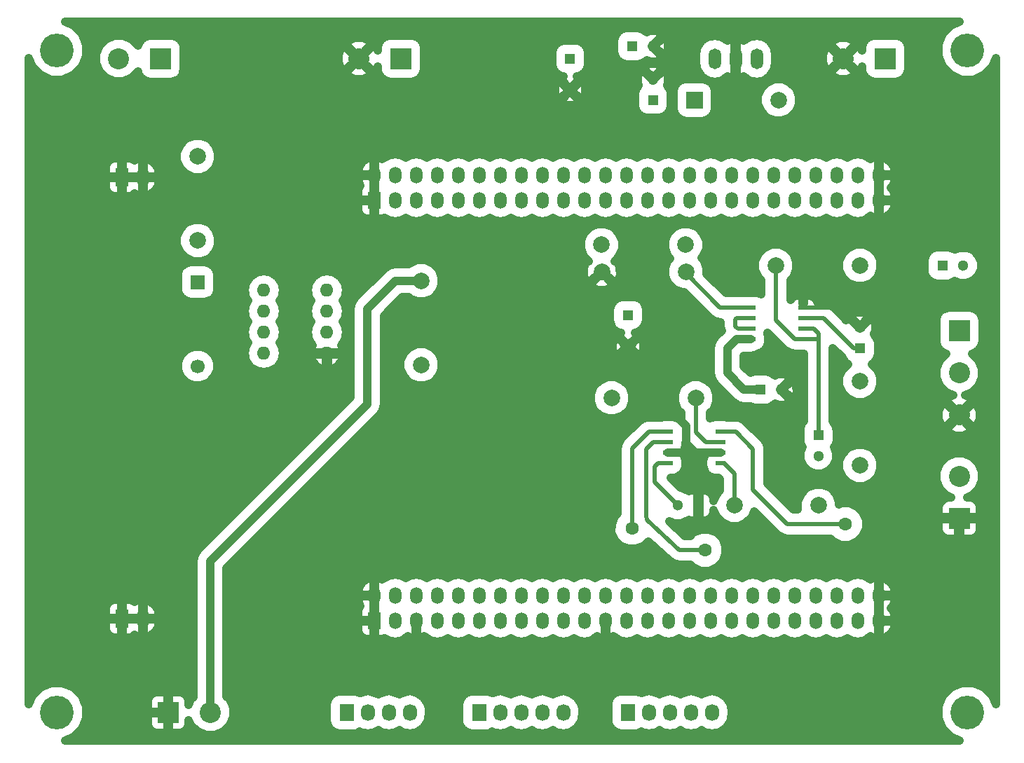
<source format=gbr>
G04 #@! TF.FileFunction,Copper,L1,Top,Signal*
%FSLAX46Y46*%
G04 Gerber Fmt 4.6, Leading zero omitted, Abs format (unit mm)*
G04 Created by KiCad (PCBNEW 4.0.5+dfsg1-4) date Mon Jun 25 17:19:19 2018*
%MOMM*%
%LPD*%
G01*
G04 APERTURE LIST*
%ADD10C,0.100000*%
%ADD11R,1.500000X2.200000*%
%ADD12O,1.500000X2.200000*%
%ADD13O,1.500000X2.000000*%
%ADD14R,1.500000X2.000000*%
%ADD15R,1.300000X1.300000*%
%ADD16C,1.300000*%
%ADD17C,1.998980*%
%ADD18R,1.998980X1.998980*%
%ADD19C,1.699260*%
%ADD20R,1.699260X1.699260*%
%ADD21R,2.540000X2.540000*%
%ADD22C,2.540000*%
%ADD23R,1.727200X2.032000*%
%ADD24O,1.727200X2.032000*%
%ADD25O,1.501140X2.499360*%
%ADD26O,1.600000X1.600000*%
%ADD27R,1.143000X0.508000*%
%ADD28C,4.064000*%
%ADD29C,1.600000*%
%ADD30C,1.000000*%
%ADD31C,0.500000*%
G04 APERTURE END LIST*
D10*
D11*
X97840000Y-61330000D03*
D12*
X100380000Y-61330000D03*
D13*
X189280000Y-64120000D03*
X186740000Y-64120000D03*
X184200000Y-64120000D03*
X181660000Y-64120000D03*
X179120000Y-64120000D03*
X176580000Y-64120000D03*
X174040000Y-64120000D03*
X171500000Y-64120000D03*
X168960000Y-64120000D03*
X166420000Y-64120000D03*
X163880000Y-64120000D03*
X161340000Y-64120000D03*
X158800000Y-64120000D03*
X156260000Y-64120000D03*
X153720000Y-64120000D03*
X151180000Y-64120000D03*
X148640000Y-64120000D03*
X146100000Y-64120000D03*
X143560000Y-64120000D03*
X141020000Y-64120000D03*
X138480000Y-64120000D03*
X135940000Y-64120000D03*
X133400000Y-64120000D03*
X130860000Y-64120000D03*
D14*
X128320000Y-64120000D03*
D13*
X128320000Y-61080000D03*
X130860000Y-61080000D03*
X133400000Y-61080000D03*
X135940000Y-61080000D03*
X138480000Y-61080000D03*
X141020000Y-61080000D03*
X143560000Y-61080000D03*
X146100000Y-61080000D03*
X148640000Y-61080000D03*
X151180000Y-61080000D03*
X153720000Y-61080000D03*
X156260000Y-61080000D03*
X158800000Y-61080000D03*
X161340000Y-61080000D03*
X163880000Y-61080000D03*
X166420000Y-61080000D03*
X168960000Y-61080000D03*
X171500000Y-61080000D03*
X174040000Y-61080000D03*
X176580000Y-61080000D03*
X179120000Y-61080000D03*
X181660000Y-61080000D03*
X184200000Y-61080000D03*
X186740000Y-61080000D03*
X189280000Y-61080000D03*
X189280000Y-111880000D03*
X186740000Y-111880000D03*
X184200000Y-111880000D03*
X181660000Y-111880000D03*
X179120000Y-111880000D03*
X176580000Y-111880000D03*
X174040000Y-111880000D03*
X171500000Y-111880000D03*
X168960000Y-111880000D03*
X166420000Y-111880000D03*
X163880000Y-111880000D03*
X161340000Y-111880000D03*
X158800000Y-111880000D03*
X156260000Y-111880000D03*
X153720000Y-111880000D03*
X151180000Y-111880000D03*
X148640000Y-111880000D03*
X146100000Y-111880000D03*
X143560000Y-111880000D03*
X141020000Y-111880000D03*
X138480000Y-111880000D03*
X135940000Y-111880000D03*
X133400000Y-111880000D03*
X130860000Y-111880000D03*
X128320000Y-111880000D03*
D14*
X128320000Y-114920000D03*
D13*
X130860000Y-114920000D03*
X133400000Y-114920000D03*
X135940000Y-114920000D03*
X138480000Y-114920000D03*
X141020000Y-114920000D03*
X143560000Y-114920000D03*
X146100000Y-114920000D03*
X148640000Y-114920000D03*
X151180000Y-114920000D03*
X153720000Y-114920000D03*
X156260000Y-114920000D03*
X158800000Y-114920000D03*
X161340000Y-114920000D03*
X163880000Y-114920000D03*
X166420000Y-114920000D03*
X168960000Y-114920000D03*
X171500000Y-114920000D03*
X174040000Y-114920000D03*
X176580000Y-114920000D03*
X179120000Y-114920000D03*
X181660000Y-114920000D03*
X184200000Y-114920000D03*
X186740000Y-114920000D03*
X189280000Y-114920000D03*
D12*
X100380000Y-114670000D03*
D11*
X97840000Y-114670000D03*
D15*
X187000000Y-82000000D03*
D16*
X187000000Y-79500000D03*
D15*
X162000000Y-52000000D03*
D16*
X162000000Y-49500000D03*
D15*
X152000000Y-47000000D03*
D16*
X152000000Y-50800000D03*
D15*
X159500000Y-45500000D03*
D16*
X162000000Y-45500000D03*
D15*
X167500000Y-101000000D03*
D16*
X165000000Y-101000000D03*
D15*
X175000000Y-87000000D03*
D16*
X177500000Y-87000000D03*
D15*
X182000000Y-92500000D03*
D16*
X182000000Y-95000000D03*
D15*
X197000000Y-72000000D03*
D16*
X199500000Y-72000000D03*
D15*
X159000000Y-78000000D03*
D16*
X159000000Y-81800000D03*
D17*
X177160000Y-51997460D03*
D18*
X167000000Y-51997460D03*
D19*
X107002540Y-84160520D03*
D20*
X107002540Y-74000520D03*
D21*
X190040000Y-47000000D03*
D22*
X184960000Y-47000000D03*
D21*
X131540000Y-47000000D03*
D22*
X126460000Y-47000000D03*
D21*
X102540000Y-47000000D03*
D22*
X97460000Y-47000000D03*
D21*
X199000000Y-102540000D03*
D22*
X199000000Y-97460000D03*
D21*
X103460000Y-126000000D03*
D22*
X108540000Y-126000000D03*
D23*
X125000000Y-126000000D03*
D24*
X127540000Y-126000000D03*
X130080000Y-126000000D03*
X132620000Y-126000000D03*
D23*
X141000000Y-126000000D03*
D24*
X143540000Y-126000000D03*
X146080000Y-126000000D03*
X148620000Y-126000000D03*
X151160000Y-126000000D03*
D23*
X159000000Y-126000000D03*
D24*
X161540000Y-126000000D03*
X164080000Y-126000000D03*
X166620000Y-126000000D03*
X169160000Y-126000000D03*
D17*
X134000000Y-84000000D03*
X134000000Y-73840000D03*
X107000000Y-69000000D03*
X107000000Y-58840000D03*
X157000000Y-88000000D03*
X167160000Y-88000000D03*
X182000000Y-101000000D03*
X171840000Y-101000000D03*
X187000000Y-86000000D03*
X187000000Y-96160000D03*
X187000000Y-72000000D03*
X176840000Y-72000000D03*
D21*
X199000000Y-79920000D03*
D22*
X199000000Y-85000000D03*
X199000000Y-90080000D03*
D25*
X172000000Y-47000000D03*
X169460000Y-47000000D03*
X174540000Y-47000000D03*
D26*
X115000000Y-75000000D03*
X115000000Y-77540000D03*
X115000000Y-80080000D03*
X115000000Y-82620000D03*
X122620000Y-82620000D03*
X122620000Y-80080000D03*
X122620000Y-77540000D03*
X122620000Y-75000000D03*
D27*
X173825000Y-80905000D03*
X173825000Y-79635000D03*
X173825000Y-78365000D03*
X173825000Y-77095000D03*
X180175000Y-77095000D03*
X180175000Y-78365000D03*
X180175000Y-79635000D03*
X180175000Y-80905000D03*
X163825000Y-95905000D03*
X163825000Y-94635000D03*
X163825000Y-93365000D03*
X163825000Y-92095000D03*
X170175000Y-92095000D03*
X170175000Y-93365000D03*
X170175000Y-94635000D03*
X170175000Y-95905000D03*
D28*
X90000000Y-46000000D03*
X90000000Y-126000000D03*
X200000000Y-126000000D03*
X200000000Y-46000000D03*
D17*
X155800000Y-69500000D03*
X165960000Y-69500000D03*
X165975000Y-72750000D03*
X155815000Y-72750000D03*
D29*
X185250000Y-103250000D03*
X159500000Y-103750000D03*
X168300000Y-106400000D03*
D30*
X159000000Y-81800000D02*
X159000000Y-84400000D01*
X166000000Y-91400000D02*
X166000000Y-94635000D01*
X159200000Y-84600000D02*
X166000000Y-91400000D01*
X159000000Y-84400000D02*
X159200000Y-84600000D01*
D31*
X180175000Y-77095000D02*
X184595000Y-77095000D01*
X184595000Y-77095000D02*
X187000000Y-79500000D01*
D30*
X167600000Y-94635000D02*
X167600000Y-100900000D01*
D31*
X167600000Y-100900000D02*
X167500000Y-101000000D01*
D30*
X170175000Y-94635000D02*
X167600000Y-94635000D01*
X167600000Y-94635000D02*
X166000000Y-94635000D01*
X166000000Y-94635000D02*
X163825000Y-94635000D01*
X173825000Y-80905000D02*
X172095000Y-80905000D01*
X173000000Y-87000000D02*
X175000000Y-87000000D01*
X171000000Y-85000000D02*
X173000000Y-87000000D01*
X171000000Y-82000000D02*
X171000000Y-85000000D01*
X172095000Y-80905000D02*
X171000000Y-82000000D01*
D31*
X163825000Y-95905000D02*
X162595000Y-95905000D01*
X162200002Y-98200002D02*
X165000000Y-101000000D01*
X162200002Y-96299998D02*
X162200002Y-98200002D01*
X162595000Y-95905000D02*
X162200002Y-96299998D01*
X180175000Y-80905000D02*
X182000000Y-80905000D01*
X182000000Y-80905000D02*
X182000000Y-81000000D01*
X180175000Y-80905000D02*
X179105000Y-80905000D01*
X179105000Y-80905000D02*
X176840000Y-78640000D01*
X176840000Y-78640000D02*
X176840000Y-72000000D01*
X182000000Y-92500000D02*
X182000000Y-81000000D01*
X182000000Y-81000000D02*
X182000000Y-80250000D01*
X182000000Y-80250000D02*
X181385000Y-79635000D01*
X181385000Y-79635000D02*
X180175000Y-79635000D01*
X199500000Y-79420000D02*
X199000000Y-79920000D01*
X187000000Y-82000000D02*
X186250000Y-82000000D01*
X182615000Y-78365000D02*
X180175000Y-78365000D01*
X186250000Y-82000000D02*
X182615000Y-78365000D01*
X167160000Y-88000000D02*
X167160000Y-92160000D01*
X168365000Y-93365000D02*
X170175000Y-93365000D01*
X167160000Y-92160000D02*
X168365000Y-93365000D01*
X199000000Y-85000000D02*
X198000000Y-85000000D01*
D30*
X108500000Y-125960000D02*
X108500000Y-118750000D01*
X130910000Y-73840000D02*
X127500000Y-77250000D01*
X127500000Y-77250000D02*
X127500000Y-88750000D01*
X127500000Y-88750000D02*
X108500000Y-107750000D01*
X108500000Y-107750000D02*
X108500000Y-118750000D01*
X130910000Y-73840000D02*
X134000000Y-73840000D01*
X108500000Y-125960000D02*
X108540000Y-126000000D01*
D31*
X174100000Y-94300000D02*
X174100000Y-94200000D01*
X174100000Y-94200000D02*
X171995000Y-92095000D01*
X171995000Y-92095000D02*
X170175000Y-92095000D01*
X174100000Y-99100000D02*
X174100000Y-94300000D01*
X178250000Y-103250000D02*
X174100000Y-99100000D01*
X185250000Y-103250000D02*
X178250000Y-103250000D01*
X161505000Y-92095000D02*
X159500000Y-94100000D01*
X163825000Y-92095000D02*
X161505000Y-92095000D01*
X159500000Y-103750000D02*
X159500000Y-94100000D01*
X165200000Y-106400000D02*
X168300000Y-106400000D01*
X165200000Y-106400000D02*
X161250000Y-102750000D01*
X161250000Y-102750000D02*
X161200000Y-102200000D01*
X161200000Y-94200000D02*
X162035000Y-93365000D01*
X161200000Y-102200000D02*
X161200000Y-94200000D01*
X163825000Y-93365000D02*
X162035000Y-93365000D01*
X170175000Y-95905000D02*
X170605000Y-95905000D01*
X170605000Y-95905000D02*
X171840000Y-97140000D01*
X171840000Y-97140000D02*
X171840000Y-101000000D01*
X173825000Y-78365000D02*
X172135000Y-78365000D01*
X172254998Y-79654998D02*
X173825000Y-79654998D01*
X171950000Y-79350000D02*
X172254998Y-79654998D01*
X171950000Y-78550000D02*
X171950000Y-79350000D01*
X172135000Y-78365000D02*
X171950000Y-78550000D01*
X173825000Y-79654998D02*
X173825000Y-79635000D01*
X165975000Y-72750000D02*
X165975000Y-72975000D01*
X165975000Y-72975000D02*
X170095000Y-77095000D01*
X170095000Y-77095000D02*
X173825000Y-77095000D01*
D30*
G36*
X198001896Y-43003970D02*
X197007462Y-43996670D01*
X196468614Y-45294360D01*
X196467388Y-46699476D01*
X197003970Y-47998104D01*
X197996670Y-48992538D01*
X199294360Y-49531386D01*
X200699476Y-49532612D01*
X201998104Y-48996030D01*
X202992538Y-48003330D01*
X203425000Y-46961846D01*
X203425000Y-125040083D01*
X202996030Y-124001896D01*
X202003330Y-123007462D01*
X200705640Y-122468614D01*
X199300524Y-122467388D01*
X198001896Y-123003970D01*
X197007462Y-123996670D01*
X196468614Y-125294360D01*
X196467388Y-126699476D01*
X197003970Y-127998104D01*
X197996670Y-128992538D01*
X199038154Y-129425000D01*
X90959917Y-129425000D01*
X91998104Y-128996030D01*
X92992538Y-128003330D01*
X93531386Y-126705640D01*
X93531652Y-126400000D01*
X100990000Y-126400000D01*
X100990000Y-127508695D01*
X101172689Y-127949745D01*
X101510254Y-128287311D01*
X101951305Y-128470000D01*
X103060000Y-128470000D01*
X103360000Y-128170000D01*
X103360000Y-126100000D01*
X101290000Y-126100000D01*
X100990000Y-126400000D01*
X93531652Y-126400000D01*
X93532612Y-125300524D01*
X93198250Y-124491305D01*
X100990000Y-124491305D01*
X100990000Y-125600000D01*
X101290000Y-125900000D01*
X103360000Y-125900000D01*
X103360000Y-123830000D01*
X103560000Y-123830000D01*
X103560000Y-125900000D01*
X103580000Y-125900000D01*
X103580000Y-126100000D01*
X103560000Y-126100000D01*
X103560000Y-128170000D01*
X103860000Y-128470000D01*
X104968695Y-128470000D01*
X105409746Y-128287311D01*
X105747311Y-127949745D01*
X105930000Y-127508695D01*
X105930000Y-126936961D01*
X106190339Y-127567029D01*
X106968872Y-128346923D01*
X107986596Y-128769519D01*
X109088570Y-128770480D01*
X110107029Y-128349661D01*
X110886923Y-127571128D01*
X111309519Y-126553404D01*
X111310480Y-125451430D01*
X111117342Y-124984000D01*
X122607014Y-124984000D01*
X122607014Y-127016000D01*
X122711607Y-127571867D01*
X123040124Y-128082396D01*
X123541383Y-128424892D01*
X124136400Y-128545386D01*
X125863600Y-128545386D01*
X126419467Y-128440793D01*
X126571763Y-128342793D01*
X126635489Y-128385373D01*
X127540000Y-128565291D01*
X128444511Y-128385373D01*
X128810000Y-128141161D01*
X129175489Y-128385373D01*
X130080000Y-128565291D01*
X130984511Y-128385373D01*
X131350000Y-128141161D01*
X131715489Y-128385373D01*
X132620000Y-128565291D01*
X133524511Y-128385373D01*
X134291318Y-127873009D01*
X134803682Y-127106202D01*
X134983600Y-126201691D01*
X134983600Y-125798309D01*
X134821625Y-124984000D01*
X138607014Y-124984000D01*
X138607014Y-127016000D01*
X138711607Y-127571867D01*
X139040124Y-128082396D01*
X139541383Y-128424892D01*
X140136400Y-128545386D01*
X141863600Y-128545386D01*
X142419467Y-128440793D01*
X142571763Y-128342793D01*
X142635489Y-128385373D01*
X143540000Y-128565291D01*
X144444511Y-128385373D01*
X144810000Y-128141161D01*
X145175489Y-128385373D01*
X146080000Y-128565291D01*
X146984511Y-128385373D01*
X147350000Y-128141161D01*
X147715489Y-128385373D01*
X148620000Y-128565291D01*
X149524511Y-128385373D01*
X149890000Y-128141161D01*
X150255489Y-128385373D01*
X151160000Y-128565291D01*
X152064511Y-128385373D01*
X152831318Y-127873009D01*
X153343682Y-127106202D01*
X153523600Y-126201691D01*
X153523600Y-125798309D01*
X153361625Y-124984000D01*
X156607014Y-124984000D01*
X156607014Y-127016000D01*
X156711607Y-127571867D01*
X157040124Y-128082396D01*
X157541383Y-128424892D01*
X158136400Y-128545386D01*
X159863600Y-128545386D01*
X160419467Y-128440793D01*
X160571763Y-128342793D01*
X160635489Y-128385373D01*
X161540000Y-128565291D01*
X162444511Y-128385373D01*
X162810000Y-128141161D01*
X163175489Y-128385373D01*
X164080000Y-128565291D01*
X164984511Y-128385373D01*
X165350000Y-128141161D01*
X165715489Y-128385373D01*
X166620000Y-128565291D01*
X167524511Y-128385373D01*
X167890000Y-128141161D01*
X168255489Y-128385373D01*
X169160000Y-128565291D01*
X170064511Y-128385373D01*
X170831318Y-127873009D01*
X171343682Y-127106202D01*
X171523600Y-126201691D01*
X171523600Y-125798309D01*
X171343682Y-124893798D01*
X170831318Y-124126991D01*
X170064511Y-123614627D01*
X169160000Y-123434709D01*
X168255489Y-123614627D01*
X167890000Y-123858839D01*
X167524511Y-123614627D01*
X166620000Y-123434709D01*
X165715489Y-123614627D01*
X165350000Y-123858839D01*
X164984511Y-123614627D01*
X164080000Y-123434709D01*
X163175489Y-123614627D01*
X162810000Y-123858839D01*
X162444511Y-123614627D01*
X161540000Y-123434709D01*
X160635489Y-123614627D01*
X160575307Y-123654839D01*
X160458617Y-123575108D01*
X159863600Y-123454614D01*
X158136400Y-123454614D01*
X157580533Y-123559207D01*
X157070004Y-123887724D01*
X156727508Y-124388983D01*
X156607014Y-124984000D01*
X153361625Y-124984000D01*
X153343682Y-124893798D01*
X152831318Y-124126991D01*
X152064511Y-123614627D01*
X151160000Y-123434709D01*
X150255489Y-123614627D01*
X149890000Y-123858839D01*
X149524511Y-123614627D01*
X148620000Y-123434709D01*
X147715489Y-123614627D01*
X147350000Y-123858839D01*
X146984511Y-123614627D01*
X146080000Y-123434709D01*
X145175489Y-123614627D01*
X144810000Y-123858839D01*
X144444511Y-123614627D01*
X143540000Y-123434709D01*
X142635489Y-123614627D01*
X142575307Y-123654839D01*
X142458617Y-123575108D01*
X141863600Y-123454614D01*
X140136400Y-123454614D01*
X139580533Y-123559207D01*
X139070004Y-123887724D01*
X138727508Y-124388983D01*
X138607014Y-124984000D01*
X134821625Y-124984000D01*
X134803682Y-124893798D01*
X134291318Y-124126991D01*
X133524511Y-123614627D01*
X132620000Y-123434709D01*
X131715489Y-123614627D01*
X131350000Y-123858839D01*
X130984511Y-123614627D01*
X130080000Y-123434709D01*
X129175489Y-123614627D01*
X128810000Y-123858839D01*
X128444511Y-123614627D01*
X127540000Y-123434709D01*
X126635489Y-123614627D01*
X126575307Y-123654839D01*
X126458617Y-123575108D01*
X125863600Y-123454614D01*
X124136400Y-123454614D01*
X123580533Y-123559207D01*
X123070004Y-123887724D01*
X122727508Y-124388983D01*
X122607014Y-124984000D01*
X111117342Y-124984000D01*
X110889661Y-124432971D01*
X110500000Y-124042629D01*
X110500000Y-115320000D01*
X126370000Y-115320000D01*
X126370000Y-116158695D01*
X126552689Y-116599745D01*
X126890254Y-116937311D01*
X127331305Y-117120000D01*
X127920000Y-117120000D01*
X128220000Y-116820000D01*
X128220000Y-115020000D01*
X126670000Y-115020000D01*
X126370000Y-115320000D01*
X110500000Y-115320000D01*
X110500000Y-111980000D01*
X126370000Y-111980000D01*
X126370000Y-112230000D01*
X126556703Y-112968621D01*
X126670958Y-113121986D01*
X126552689Y-113240255D01*
X126370000Y-113681305D01*
X126370000Y-114520000D01*
X126670000Y-114820000D01*
X128220000Y-114820000D01*
X128220000Y-111980000D01*
X126370000Y-111980000D01*
X110500000Y-111980000D01*
X110500000Y-111530000D01*
X126370000Y-111530000D01*
X126370000Y-111780000D01*
X128220000Y-111780000D01*
X128220000Y-109983033D01*
X128420000Y-109983033D01*
X128420000Y-111780000D01*
X128440000Y-111780000D01*
X128440000Y-111980000D01*
X128420000Y-111980000D01*
X128420000Y-114820000D01*
X128440000Y-114820000D01*
X128440000Y-115020000D01*
X128420000Y-115020000D01*
X128420000Y-116820000D01*
X128720000Y-117120000D01*
X129308695Y-117120000D01*
X129570629Y-117011504D01*
X129998962Y-117297707D01*
X130860000Y-117468978D01*
X131721038Y-117297707D01*
X132432161Y-116822549D01*
X132746155Y-117009834D01*
X132996585Y-117077814D01*
X133300000Y-116816967D01*
X133300000Y-115020000D01*
X133280000Y-115020000D01*
X133280000Y-114820000D01*
X133300000Y-114820000D01*
X133300000Y-114800000D01*
X133500000Y-114800000D01*
X133500000Y-114820000D01*
X133520000Y-114820000D01*
X133520000Y-115020000D01*
X133500000Y-115020000D01*
X133500000Y-116816967D01*
X133803415Y-117077814D01*
X134053845Y-117009834D01*
X134367839Y-116822549D01*
X135078962Y-117297707D01*
X135940000Y-117468978D01*
X136801038Y-117297707D01*
X137210000Y-117024447D01*
X137618962Y-117297707D01*
X138480000Y-117468978D01*
X139341038Y-117297707D01*
X139750000Y-117024447D01*
X140158962Y-117297707D01*
X141020000Y-117468978D01*
X141881038Y-117297707D01*
X142290000Y-117024447D01*
X142698962Y-117297707D01*
X143560000Y-117468978D01*
X144421038Y-117297707D01*
X144830000Y-117024447D01*
X145238962Y-117297707D01*
X146100000Y-117468978D01*
X146961038Y-117297707D01*
X147370000Y-117024447D01*
X147778962Y-117297707D01*
X148640000Y-117468978D01*
X149501038Y-117297707D01*
X149910000Y-117024447D01*
X150318962Y-117297707D01*
X151180000Y-117468978D01*
X152041038Y-117297707D01*
X152450000Y-117024447D01*
X152858962Y-117297707D01*
X153720000Y-117468978D01*
X154581038Y-117297707D01*
X155292161Y-116822549D01*
X155606155Y-117009834D01*
X155856585Y-117077814D01*
X156160000Y-116816967D01*
X156160000Y-115020000D01*
X156140000Y-115020000D01*
X156140000Y-114820000D01*
X156160000Y-114820000D01*
X156160000Y-114800000D01*
X156360000Y-114800000D01*
X156360000Y-114820000D01*
X156380000Y-114820000D01*
X156380000Y-115020000D01*
X156360000Y-115020000D01*
X156360000Y-116816967D01*
X156663415Y-117077814D01*
X156913845Y-117009834D01*
X157227839Y-116822549D01*
X157938962Y-117297707D01*
X158800000Y-117468978D01*
X159661038Y-117297707D01*
X160070000Y-117024447D01*
X160478962Y-117297707D01*
X161340000Y-117468978D01*
X162201038Y-117297707D01*
X162610000Y-117024447D01*
X163018962Y-117297707D01*
X163880000Y-117468978D01*
X164741038Y-117297707D01*
X165150000Y-117024447D01*
X165558962Y-117297707D01*
X166420000Y-117468978D01*
X167281038Y-117297707D01*
X167690000Y-117024447D01*
X168098962Y-117297707D01*
X168960000Y-117468978D01*
X169821038Y-117297707D01*
X170230000Y-117024447D01*
X170638962Y-117297707D01*
X171500000Y-117468978D01*
X172361038Y-117297707D01*
X172770000Y-117024447D01*
X173178962Y-117297707D01*
X174040000Y-117468978D01*
X174901038Y-117297707D01*
X175310000Y-117024447D01*
X175718962Y-117297707D01*
X176580000Y-117468978D01*
X177441038Y-117297707D01*
X177850000Y-117024447D01*
X178258962Y-117297707D01*
X179120000Y-117468978D01*
X179981038Y-117297707D01*
X180390000Y-117024447D01*
X180798962Y-117297707D01*
X181660000Y-117468978D01*
X182521038Y-117297707D01*
X182930000Y-117024447D01*
X183338962Y-117297707D01*
X184200000Y-117468978D01*
X185061038Y-117297707D01*
X185470000Y-117024447D01*
X185878962Y-117297707D01*
X186740000Y-117468978D01*
X187601038Y-117297707D01*
X188312161Y-116822549D01*
X188626155Y-117009834D01*
X188876585Y-117077814D01*
X189180000Y-116816967D01*
X189180000Y-115020000D01*
X189380000Y-115020000D01*
X189380000Y-116816967D01*
X189683415Y-117077814D01*
X189933845Y-117009834D01*
X190588148Y-116619569D01*
X191043297Y-116008621D01*
X191230000Y-115270000D01*
X191230000Y-115020000D01*
X189380000Y-115020000D01*
X189180000Y-115020000D01*
X189160000Y-115020000D01*
X189160000Y-114820000D01*
X189180000Y-114820000D01*
X189180000Y-111980000D01*
X189380000Y-111980000D01*
X189380000Y-114820000D01*
X191230000Y-114820000D01*
X191230000Y-114570000D01*
X191043297Y-113831379D01*
X190721925Y-113400000D01*
X191043297Y-112968621D01*
X191230000Y-112230000D01*
X191230000Y-111980000D01*
X189380000Y-111980000D01*
X189180000Y-111980000D01*
X189160000Y-111980000D01*
X189160000Y-111780000D01*
X189180000Y-111780000D01*
X189180000Y-109983033D01*
X189380000Y-109983033D01*
X189380000Y-111780000D01*
X191230000Y-111780000D01*
X191230000Y-111530000D01*
X191043297Y-110791379D01*
X190588148Y-110180431D01*
X189933845Y-109790166D01*
X189683415Y-109722186D01*
X189380000Y-109983033D01*
X189180000Y-109983033D01*
X188876585Y-109722186D01*
X188626155Y-109790166D01*
X188312161Y-109977451D01*
X187601038Y-109502293D01*
X186740000Y-109331022D01*
X185878962Y-109502293D01*
X185470000Y-109775553D01*
X185061038Y-109502293D01*
X184200000Y-109331022D01*
X183338962Y-109502293D01*
X182930000Y-109775553D01*
X182521038Y-109502293D01*
X181660000Y-109331022D01*
X180798962Y-109502293D01*
X180390000Y-109775553D01*
X179981038Y-109502293D01*
X179120000Y-109331022D01*
X178258962Y-109502293D01*
X177850000Y-109775553D01*
X177441038Y-109502293D01*
X176580000Y-109331022D01*
X175718962Y-109502293D01*
X175310000Y-109775553D01*
X174901038Y-109502293D01*
X174040000Y-109331022D01*
X173178962Y-109502293D01*
X172770000Y-109775553D01*
X172361038Y-109502293D01*
X171500000Y-109331022D01*
X170638962Y-109502293D01*
X170230000Y-109775553D01*
X169821038Y-109502293D01*
X168960000Y-109331022D01*
X168098962Y-109502293D01*
X167690000Y-109775553D01*
X167281038Y-109502293D01*
X166420000Y-109331022D01*
X165558962Y-109502293D01*
X165150000Y-109775553D01*
X164741038Y-109502293D01*
X163880000Y-109331022D01*
X163018962Y-109502293D01*
X162610000Y-109775553D01*
X162201038Y-109502293D01*
X161340000Y-109331022D01*
X160478962Y-109502293D01*
X160070000Y-109775553D01*
X159661038Y-109502293D01*
X158800000Y-109331022D01*
X157938962Y-109502293D01*
X157530000Y-109775553D01*
X157121038Y-109502293D01*
X156260000Y-109331022D01*
X155398962Y-109502293D01*
X154990000Y-109775553D01*
X154581038Y-109502293D01*
X153720000Y-109331022D01*
X152858962Y-109502293D01*
X152450000Y-109775553D01*
X152041038Y-109502293D01*
X151180000Y-109331022D01*
X150318962Y-109502293D01*
X149910000Y-109775553D01*
X149501038Y-109502293D01*
X148640000Y-109331022D01*
X147778962Y-109502293D01*
X147370000Y-109775553D01*
X146961038Y-109502293D01*
X146100000Y-109331022D01*
X145238962Y-109502293D01*
X144830000Y-109775553D01*
X144421038Y-109502293D01*
X143560000Y-109331022D01*
X142698962Y-109502293D01*
X142290000Y-109775553D01*
X141881038Y-109502293D01*
X141020000Y-109331022D01*
X140158962Y-109502293D01*
X139750000Y-109775553D01*
X139341038Y-109502293D01*
X138480000Y-109331022D01*
X137618962Y-109502293D01*
X137210000Y-109775553D01*
X136801038Y-109502293D01*
X135940000Y-109331022D01*
X135078962Y-109502293D01*
X134670000Y-109775553D01*
X134261038Y-109502293D01*
X133400000Y-109331022D01*
X132538962Y-109502293D01*
X132130000Y-109775553D01*
X131721038Y-109502293D01*
X130860000Y-109331022D01*
X129998962Y-109502293D01*
X129287839Y-109977451D01*
X128973845Y-109790166D01*
X128723415Y-109722186D01*
X128420000Y-109983033D01*
X128220000Y-109983033D01*
X127916585Y-109722186D01*
X127666155Y-109790166D01*
X127011852Y-110180431D01*
X126556703Y-110791379D01*
X126370000Y-111530000D01*
X110500000Y-111530000D01*
X110500000Y-108578428D01*
X114833328Y-104245099D01*
X156999567Y-104245099D01*
X157379367Y-105164286D01*
X158082015Y-105868161D01*
X159000538Y-106249565D01*
X159995099Y-106250433D01*
X160914286Y-105870633D01*
X161459518Y-105326351D01*
X164012334Y-107685282D01*
X164274592Y-107845928D01*
X164530304Y-108016789D01*
X164564694Y-108023630D01*
X164594596Y-108041946D01*
X164898378Y-108090004D01*
X165200000Y-108150000D01*
X166514496Y-108150000D01*
X166882015Y-108518161D01*
X167800538Y-108899565D01*
X168795099Y-108900433D01*
X169714286Y-108520633D01*
X170418161Y-107817985D01*
X170799565Y-106899462D01*
X170800433Y-105904901D01*
X170420633Y-104985714D01*
X169717985Y-104281839D01*
X168799462Y-103900435D01*
X167804901Y-103899567D01*
X166885714Y-104279367D01*
X166514434Y-104650000D01*
X165884752Y-104650000D01*
X164008561Y-102916304D01*
X164570462Y-103149626D01*
X165425785Y-103150372D01*
X166216286Y-102823744D01*
X166313538Y-102726661D01*
X166611305Y-102850000D01*
X167100000Y-102850000D01*
X167400000Y-102550000D01*
X167400000Y-101100000D01*
X167380000Y-101100000D01*
X167380000Y-100900000D01*
X167400000Y-100900000D01*
X167400000Y-99450000D01*
X167100000Y-99150000D01*
X166611305Y-99150000D01*
X166314048Y-99273128D01*
X166219467Y-99178381D01*
X165429538Y-98850374D01*
X165325157Y-98850283D01*
X164163260Y-97688386D01*
X164396500Y-97688386D01*
X164952367Y-97583793D01*
X165462896Y-97255276D01*
X165805392Y-96754017D01*
X165925886Y-96159000D01*
X165925886Y-95651000D01*
X165821293Y-95095133D01*
X165521587Y-94629378D01*
X165805392Y-94214017D01*
X165925886Y-93619000D01*
X165925886Y-93400760D01*
X167127563Y-94602437D01*
X167695304Y-94981789D01*
X168189717Y-95080134D01*
X168074114Y-95651000D01*
X168074114Y-96159000D01*
X168178707Y-96714867D01*
X168507224Y-97225396D01*
X169008483Y-97567892D01*
X169603500Y-97688386D01*
X169913512Y-97688386D01*
X170090000Y-97864874D01*
X170090000Y-99215216D01*
X169722271Y-99582304D01*
X169350000Y-100478832D01*
X169350000Y-100111305D01*
X169167311Y-99670255D01*
X168829746Y-99332689D01*
X168388695Y-99150000D01*
X167900000Y-99150000D01*
X167600000Y-99450000D01*
X167600000Y-100900000D01*
X167620000Y-100900000D01*
X167620000Y-101100000D01*
X167600000Y-101100000D01*
X167600000Y-102550000D01*
X167900000Y-102850000D01*
X168388695Y-102850000D01*
X168829746Y-102667311D01*
X169167311Y-102329745D01*
X169350000Y-101888695D01*
X169350000Y-101519013D01*
X169719800Y-102413998D01*
X170422304Y-103117729D01*
X171340639Y-103499055D01*
X172334998Y-103499923D01*
X173253998Y-103120200D01*
X173957729Y-102417696D01*
X174246759Y-101721633D01*
X177012563Y-104487437D01*
X177580304Y-104866789D01*
X178250000Y-105000000D01*
X183464496Y-105000000D01*
X183832015Y-105368161D01*
X184750538Y-105749565D01*
X185745099Y-105750433D01*
X186664286Y-105370633D01*
X187368161Y-104667985D01*
X187749565Y-103749462D01*
X187750271Y-102940000D01*
X196530000Y-102940000D01*
X196530000Y-104048695D01*
X196712689Y-104489746D01*
X197050255Y-104827311D01*
X197491305Y-105010000D01*
X198600000Y-105010000D01*
X198900000Y-104710000D01*
X198900000Y-102640000D01*
X199100000Y-102640000D01*
X199100000Y-104710000D01*
X199400000Y-105010000D01*
X200508695Y-105010000D01*
X200949745Y-104827311D01*
X201287311Y-104489746D01*
X201470000Y-104048695D01*
X201470000Y-102940000D01*
X201170000Y-102640000D01*
X199100000Y-102640000D01*
X198900000Y-102640000D01*
X196830000Y-102640000D01*
X196530000Y-102940000D01*
X187750271Y-102940000D01*
X187750433Y-102754901D01*
X187370633Y-101835714D01*
X186667985Y-101131839D01*
X185749462Y-100750435D01*
X184754901Y-100749567D01*
X184499617Y-100855048D01*
X184499923Y-100505002D01*
X184120200Y-99586002D01*
X183417696Y-98882271D01*
X182499361Y-98500945D01*
X181505002Y-98500077D01*
X180586002Y-98879800D01*
X179882271Y-99582304D01*
X179500945Y-100500639D01*
X179500077Y-101494998D01*
X179502144Y-101500000D01*
X178974874Y-101500000D01*
X175850000Y-98375126D01*
X175850000Y-94200005D01*
X175850001Y-94200000D01*
X175716789Y-93530304D01*
X175337437Y-92962563D01*
X173232437Y-90857563D01*
X172664696Y-90478211D01*
X171995000Y-90345000D01*
X170911365Y-90345000D01*
X170746500Y-90311614D01*
X169603500Y-90311614D01*
X169047633Y-90416207D01*
X168910000Y-90504772D01*
X168910000Y-89784784D01*
X169277729Y-89417696D01*
X169659055Y-88499361D01*
X169659923Y-87505002D01*
X169280200Y-86586002D01*
X168577696Y-85882271D01*
X167659361Y-85500945D01*
X166665002Y-85500077D01*
X165746002Y-85879800D01*
X165042271Y-86582304D01*
X164660945Y-87500639D01*
X164660077Y-88494998D01*
X165039800Y-89413998D01*
X165410000Y-89784845D01*
X165410000Y-90718046D01*
X164991517Y-90432108D01*
X164396500Y-90311614D01*
X163253500Y-90311614D01*
X163076068Y-90345000D01*
X161505000Y-90345000D01*
X160835304Y-90478211D01*
X160267563Y-90857563D01*
X158262563Y-92862563D01*
X157883211Y-93430304D01*
X157750000Y-94100000D01*
X157750000Y-101964496D01*
X157381839Y-102332015D01*
X157000435Y-103250538D01*
X156999567Y-104245099D01*
X114833328Y-104245099D01*
X128914211Y-90164216D01*
X128914214Y-90164214D01*
X129347759Y-89515367D01*
X129450272Y-89000001D01*
X129500001Y-88750000D01*
X129500000Y-88749995D01*
X129500000Y-88494998D01*
X154500077Y-88494998D01*
X154879800Y-89413998D01*
X155582304Y-90117729D01*
X156500639Y-90499055D01*
X157494998Y-90499923D01*
X158413998Y-90120200D01*
X159117729Y-89417696D01*
X159499055Y-88499361D01*
X159499923Y-87505002D01*
X159120200Y-86586002D01*
X158417696Y-85882271D01*
X157499361Y-85500945D01*
X156505002Y-85500077D01*
X155586002Y-85879800D01*
X154882271Y-86582304D01*
X154500945Y-87500639D01*
X154500077Y-88494998D01*
X129500000Y-88494998D01*
X129500000Y-84494998D01*
X131500077Y-84494998D01*
X131879800Y-85413998D01*
X132582304Y-86117729D01*
X133500639Y-86499055D01*
X134494998Y-86499923D01*
X135413998Y-86120200D01*
X136117729Y-85417696D01*
X136499055Y-84499361D01*
X136499923Y-83505002D01*
X136287180Y-82990124D01*
X157951298Y-82990124D01*
X157973755Y-83382635D01*
X158657521Y-83654891D01*
X159393427Y-83644757D01*
X160026245Y-83382635D01*
X160048702Y-82990124D01*
X159000000Y-81941421D01*
X157951298Y-82990124D01*
X136287180Y-82990124D01*
X136120200Y-82586002D01*
X135417696Y-81882271D01*
X134499361Y-81500945D01*
X133505002Y-81500077D01*
X132586002Y-81879800D01*
X131882271Y-82582304D01*
X131500945Y-83500639D01*
X131500077Y-84494998D01*
X129500000Y-84494998D01*
X129500000Y-81457521D01*
X157145109Y-81457521D01*
X157155243Y-82193427D01*
X157417365Y-82826245D01*
X157809876Y-82848702D01*
X158858579Y-81800000D01*
X159141421Y-81800000D01*
X160190124Y-82848702D01*
X160582635Y-82826245D01*
X160854891Y-82142479D01*
X160844757Y-81406573D01*
X160582635Y-80773755D01*
X160190124Y-80751298D01*
X159141421Y-81800000D01*
X158858579Y-81800000D01*
X157809876Y-80751298D01*
X157417365Y-80773755D01*
X157145109Y-81457521D01*
X129500000Y-81457521D01*
X129500000Y-78078428D01*
X130228427Y-77350000D01*
X156820614Y-77350000D01*
X156820614Y-78650000D01*
X156925207Y-79205867D01*
X157253724Y-79716396D01*
X157754983Y-80058892D01*
X158158881Y-80140683D01*
X157973755Y-80217365D01*
X157951298Y-80609876D01*
X159000000Y-81658579D01*
X160048702Y-80609876D01*
X160026245Y-80217365D01*
X159840729Y-80143498D01*
X160205867Y-80074793D01*
X160716396Y-79746276D01*
X161058892Y-79245017D01*
X161179386Y-78650000D01*
X161179386Y-77350000D01*
X161074793Y-76794133D01*
X160746276Y-76283604D01*
X160245017Y-75941108D01*
X159650000Y-75820614D01*
X158350000Y-75820614D01*
X157794133Y-75925207D01*
X157283604Y-76253724D01*
X156941108Y-76754983D01*
X156820614Y-77350000D01*
X130228427Y-77350000D01*
X131738427Y-75840000D01*
X132464780Y-75840000D01*
X132582304Y-75957729D01*
X133500639Y-76339055D01*
X134494998Y-76339923D01*
X135413998Y-75960200D01*
X136117729Y-75257696D01*
X136499055Y-74339361D01*
X136499183Y-74192501D01*
X154513920Y-74192501D01*
X154579057Y-74621260D01*
X155389238Y-74951793D01*
X156264238Y-74947124D01*
X157050943Y-74621260D01*
X157116080Y-74192501D01*
X155815000Y-72891421D01*
X154513920Y-74192501D01*
X136499183Y-74192501D01*
X136499923Y-73345002D01*
X136120200Y-72426002D01*
X135417696Y-71722271D01*
X134499361Y-71340945D01*
X133505002Y-71340077D01*
X132586002Y-71719800D01*
X132465592Y-71840000D01*
X130910000Y-71840000D01*
X130144633Y-71992241D01*
X129495786Y-72425786D01*
X129495784Y-72425789D01*
X126085786Y-75835786D01*
X125652241Y-76484633D01*
X125499999Y-77250000D01*
X125500000Y-77250005D01*
X125500000Y-87921573D01*
X107085786Y-106335786D01*
X106652241Y-106984633D01*
X106499999Y-107750000D01*
X106500000Y-107750005D01*
X106500000Y-124122485D01*
X106193077Y-124428872D01*
X105930000Y-125062432D01*
X105930000Y-124491305D01*
X105747311Y-124050255D01*
X105409746Y-123712689D01*
X104968695Y-123530000D01*
X103860000Y-123530000D01*
X103560000Y-123830000D01*
X103360000Y-123830000D01*
X103060000Y-123530000D01*
X101951305Y-123530000D01*
X101510254Y-123712689D01*
X101172689Y-124050255D01*
X100990000Y-124491305D01*
X93198250Y-124491305D01*
X92996030Y-124001896D01*
X92003330Y-123007462D01*
X90705640Y-122468614D01*
X89300524Y-122467388D01*
X88001896Y-123003970D01*
X87007462Y-123996670D01*
X86575000Y-125038154D01*
X86575000Y-115070000D01*
X95890000Y-115070000D01*
X95890000Y-116008695D01*
X96072689Y-116449745D01*
X96410254Y-116787311D01*
X96851305Y-116970000D01*
X97440000Y-116970000D01*
X97740000Y-116670000D01*
X97740000Y-114770000D01*
X97940000Y-114770000D01*
X97940000Y-116670000D01*
X98240000Y-116970000D01*
X98828695Y-116970000D01*
X99269746Y-116787311D01*
X99394839Y-116662218D01*
X99726155Y-116859834D01*
X99976585Y-116927814D01*
X100280000Y-116666967D01*
X100280000Y-114770000D01*
X100480000Y-114770000D01*
X100480000Y-116666967D01*
X100783415Y-116927814D01*
X101033845Y-116859834D01*
X101688148Y-116469569D01*
X102143297Y-115858621D01*
X102330000Y-115120000D01*
X102330000Y-114770000D01*
X100480000Y-114770000D01*
X100280000Y-114770000D01*
X97940000Y-114770000D01*
X97740000Y-114770000D01*
X96190000Y-114770000D01*
X95890000Y-115070000D01*
X86575000Y-115070000D01*
X86575000Y-113331305D01*
X95890000Y-113331305D01*
X95890000Y-114270000D01*
X96190000Y-114570000D01*
X97740000Y-114570000D01*
X97740000Y-112670000D01*
X97940000Y-112670000D01*
X97940000Y-114570000D01*
X100280000Y-114570000D01*
X100280000Y-112673033D01*
X100480000Y-112673033D01*
X100480000Y-114570000D01*
X102330000Y-114570000D01*
X102330000Y-114220000D01*
X102143297Y-113481379D01*
X101688148Y-112870431D01*
X101033845Y-112480166D01*
X100783415Y-112412186D01*
X100480000Y-112673033D01*
X100280000Y-112673033D01*
X99976585Y-112412186D01*
X99726155Y-112480166D01*
X99394839Y-112677782D01*
X99269746Y-112552689D01*
X98828695Y-112370000D01*
X98240000Y-112370000D01*
X97940000Y-112670000D01*
X97740000Y-112670000D01*
X97440000Y-112370000D01*
X96851305Y-112370000D01*
X96410254Y-112552689D01*
X96072689Y-112890255D01*
X95890000Y-113331305D01*
X86575000Y-113331305D01*
X86575000Y-84625840D01*
X104652503Y-84625840D01*
X105009459Y-85489740D01*
X105669844Y-86151278D01*
X106533119Y-86509741D01*
X107467860Y-86510557D01*
X108331760Y-86153601D01*
X108993298Y-85493216D01*
X109351761Y-84629941D01*
X109352577Y-83695200D01*
X108995621Y-82831300D01*
X108335236Y-82169762D01*
X107471961Y-81811299D01*
X106537220Y-81810483D01*
X105673320Y-82167439D01*
X105011782Y-82827824D01*
X104653319Y-83691099D01*
X104652503Y-84625840D01*
X86575000Y-84625840D01*
X86575000Y-73150890D01*
X104623524Y-73150890D01*
X104623524Y-74850150D01*
X104728117Y-75406017D01*
X105056634Y-75916546D01*
X105557893Y-76259042D01*
X106152910Y-76379536D01*
X107852170Y-76379536D01*
X108408037Y-76274943D01*
X108918566Y-75946426D01*
X109261062Y-75445167D01*
X109351210Y-75000000D01*
X112654940Y-75000000D01*
X112830017Y-75880172D01*
X113090491Y-76270000D01*
X112830017Y-76659828D01*
X112654940Y-77540000D01*
X112830017Y-78420172D01*
X113090491Y-78810000D01*
X112830017Y-79199828D01*
X112654940Y-80080000D01*
X112830017Y-80960172D01*
X113090491Y-81350000D01*
X112830017Y-81739828D01*
X112654940Y-82620000D01*
X112830017Y-83500172D01*
X113328594Y-84246346D01*
X114074768Y-84744923D01*
X114954940Y-84920000D01*
X115045060Y-84920000D01*
X115925232Y-84744923D01*
X116671406Y-84246346D01*
X117169983Y-83500172D01*
X117263258Y-83031246D01*
X120662738Y-83031246D01*
X120945207Y-83713201D01*
X121491043Y-84270902D01*
X122208753Y-84577268D01*
X122520000Y-84317504D01*
X122520000Y-82720000D01*
X122720000Y-82720000D01*
X122720000Y-84317504D01*
X123031247Y-84577268D01*
X123748957Y-84270902D01*
X124294793Y-83713201D01*
X124577262Y-83031246D01*
X124317056Y-82720000D01*
X122720000Y-82720000D01*
X122520000Y-82720000D01*
X120922944Y-82720000D01*
X120662738Y-83031246D01*
X117263258Y-83031246D01*
X117345060Y-82620000D01*
X117169983Y-81739828D01*
X116909509Y-81350000D01*
X117169983Y-80960172D01*
X117345060Y-80080000D01*
X117169983Y-79199828D01*
X116909509Y-78810000D01*
X117169983Y-78420172D01*
X117345060Y-77540000D01*
X117169983Y-76659828D01*
X116909509Y-76270000D01*
X117169983Y-75880172D01*
X117345060Y-75000000D01*
X120274940Y-75000000D01*
X120450017Y-75880172D01*
X120710491Y-76270000D01*
X120450017Y-76659828D01*
X120274940Y-77540000D01*
X120450017Y-78420172D01*
X120710491Y-78810000D01*
X120450017Y-79199828D01*
X120274940Y-80080000D01*
X120450017Y-80960172D01*
X120900593Y-81634508D01*
X120662738Y-82208754D01*
X120922944Y-82520000D01*
X122520000Y-82520000D01*
X122520000Y-82500000D01*
X122720000Y-82500000D01*
X122720000Y-82520000D01*
X124317056Y-82520000D01*
X124577262Y-82208754D01*
X124339407Y-81634508D01*
X124789983Y-80960172D01*
X124965060Y-80080000D01*
X124789983Y-79199828D01*
X124529509Y-78810000D01*
X124789983Y-78420172D01*
X124965060Y-77540000D01*
X124789983Y-76659828D01*
X124529509Y-76270000D01*
X124789983Y-75880172D01*
X124965060Y-75000000D01*
X124789983Y-74119828D01*
X124291406Y-73373654D01*
X123545232Y-72875077D01*
X122665060Y-72700000D01*
X122574940Y-72700000D01*
X121694768Y-72875077D01*
X120948594Y-73373654D01*
X120450017Y-74119828D01*
X120274940Y-75000000D01*
X117345060Y-75000000D01*
X117169983Y-74119828D01*
X116671406Y-73373654D01*
X115925232Y-72875077D01*
X115045060Y-72700000D01*
X114954940Y-72700000D01*
X114074768Y-72875077D01*
X113328594Y-73373654D01*
X112830017Y-74119828D01*
X112654940Y-75000000D01*
X109351210Y-75000000D01*
X109381556Y-74850150D01*
X109381556Y-73150890D01*
X109276963Y-72595023D01*
X108948446Y-72084494D01*
X108447187Y-71741998D01*
X107852170Y-71621504D01*
X106152910Y-71621504D01*
X105597043Y-71726097D01*
X105086514Y-72054614D01*
X104744018Y-72555873D01*
X104623524Y-73150890D01*
X86575000Y-73150890D01*
X86575000Y-69494998D01*
X104500077Y-69494998D01*
X104879800Y-70413998D01*
X105582304Y-71117729D01*
X106500639Y-71499055D01*
X107494998Y-71499923D01*
X108413998Y-71120200D01*
X109117729Y-70417696D01*
X109293248Y-69994998D01*
X153300077Y-69994998D01*
X153679800Y-70913998D01*
X154234689Y-71469856D01*
X153943740Y-71514057D01*
X153613207Y-72324238D01*
X153617876Y-73199238D01*
X153943740Y-73985943D01*
X154372499Y-74051080D01*
X155673579Y-72750000D01*
X155659437Y-72735858D01*
X155800858Y-72594437D01*
X155815000Y-72608579D01*
X155829143Y-72594437D01*
X155970564Y-72735858D01*
X155956421Y-72750000D01*
X157257501Y-74051080D01*
X157686260Y-73985943D01*
X158016793Y-73175762D01*
X158012124Y-72300762D01*
X157686260Y-71514057D01*
X157368660Y-71465807D01*
X157917729Y-70917696D01*
X158299055Y-69999361D01*
X158299058Y-69994998D01*
X163460077Y-69994998D01*
X163839800Y-70913998D01*
X164057673Y-71132251D01*
X163857271Y-71332304D01*
X163475945Y-72250639D01*
X163475077Y-73244998D01*
X163854800Y-74163998D01*
X164557304Y-74867729D01*
X165475639Y-75249055D01*
X165774442Y-75249316D01*
X168857563Y-78332437D01*
X169425304Y-78711789D01*
X170095000Y-78845000D01*
X170200000Y-78845000D01*
X170200000Y-79350000D01*
X170303126Y-79868447D01*
X169585786Y-80585786D01*
X169152241Y-81234633D01*
X168999999Y-82000000D01*
X169000000Y-82000005D01*
X169000000Y-84999995D01*
X168999999Y-85000000D01*
X169152241Y-85765367D01*
X169585786Y-86414214D01*
X171585784Y-88414211D01*
X171585786Y-88414214D01*
X172082753Y-88746276D01*
X172234633Y-88847759D01*
X173000000Y-89000001D01*
X173000005Y-89000000D01*
X173668792Y-89000000D01*
X173754983Y-89058892D01*
X174350000Y-89179386D01*
X175650000Y-89179386D01*
X176205867Y-89074793D01*
X176716396Y-88746276D01*
X176752399Y-88693583D01*
X177157521Y-88854891D01*
X177893427Y-88844757D01*
X178526245Y-88582635D01*
X178548702Y-88190124D01*
X177500000Y-87141421D01*
X177485858Y-87155564D01*
X177344437Y-87014143D01*
X177358579Y-87000000D01*
X177641421Y-87000000D01*
X178690124Y-88048702D01*
X179082635Y-88026245D01*
X179354891Y-87342479D01*
X179344757Y-86606573D01*
X179082635Y-85973755D01*
X178690124Y-85951298D01*
X177641421Y-87000000D01*
X177358579Y-87000000D01*
X177344437Y-86985858D01*
X177485858Y-86844437D01*
X177500000Y-86858579D01*
X178548702Y-85809876D01*
X178526245Y-85417365D01*
X177842479Y-85145109D01*
X177106573Y-85155243D01*
X176756884Y-85300089D01*
X176746276Y-85283604D01*
X176245017Y-84941108D01*
X175650000Y-84820614D01*
X174350000Y-84820614D01*
X173794133Y-84925207D01*
X173769491Y-84941064D01*
X173000000Y-84171572D01*
X173000000Y-82905000D01*
X173825000Y-82905000D01*
X174590367Y-82752759D01*
X174800467Y-82612375D01*
X174952367Y-82583793D01*
X175462896Y-82255276D01*
X175805392Y-81754017D01*
X175925886Y-81159000D01*
X175925886Y-80651000D01*
X175851564Y-80256012D01*
X175873385Y-80148259D01*
X177867563Y-82142437D01*
X178435304Y-82521789D01*
X179105000Y-82655000D01*
X179438635Y-82655000D01*
X179603500Y-82688386D01*
X180250000Y-82688386D01*
X180250000Y-90802905D01*
X179941108Y-91254983D01*
X179820614Y-91850000D01*
X179820614Y-93150000D01*
X179925207Y-93705867D01*
X180097929Y-93974284D01*
X179850374Y-94570462D01*
X179849628Y-95425785D01*
X180176256Y-96216286D01*
X180780533Y-96821619D01*
X181570462Y-97149626D01*
X182425785Y-97150372D01*
X183216286Y-96823744D01*
X183385326Y-96654998D01*
X184500077Y-96654998D01*
X184879800Y-97573998D01*
X185582304Y-98277729D01*
X186500639Y-98659055D01*
X187494998Y-98659923D01*
X188413998Y-98280200D01*
X188686102Y-98008570D01*
X196229520Y-98008570D01*
X196650339Y-99027029D01*
X197428872Y-99806923D01*
X198062432Y-100070000D01*
X197491305Y-100070000D01*
X197050255Y-100252689D01*
X196712689Y-100590254D01*
X196530000Y-101031305D01*
X196530000Y-102140000D01*
X196830000Y-102440000D01*
X198900000Y-102440000D01*
X198900000Y-102420000D01*
X199100000Y-102420000D01*
X199100000Y-102440000D01*
X201170000Y-102440000D01*
X201470000Y-102140000D01*
X201470000Y-101031305D01*
X201287311Y-100590254D01*
X200949745Y-100252689D01*
X200508695Y-100070000D01*
X199936961Y-100070000D01*
X200567029Y-99809661D01*
X201346923Y-99031128D01*
X201769519Y-98013404D01*
X201770480Y-96911430D01*
X201349661Y-95892971D01*
X200571128Y-95113077D01*
X199553404Y-94690481D01*
X198451430Y-94689520D01*
X197432971Y-95110339D01*
X196653077Y-95888872D01*
X196230481Y-96906596D01*
X196229520Y-98008570D01*
X188686102Y-98008570D01*
X189117729Y-97577696D01*
X189499055Y-96659361D01*
X189499923Y-95665002D01*
X189120200Y-94746002D01*
X188417696Y-94042271D01*
X187499361Y-93660945D01*
X186505002Y-93660077D01*
X185586002Y-94039800D01*
X184882271Y-94742304D01*
X184500945Y-95660639D01*
X184500077Y-96654998D01*
X183385326Y-96654998D01*
X183821619Y-96219467D01*
X184149626Y-95429538D01*
X184150372Y-94574215D01*
X183902393Y-93974060D01*
X184058892Y-93745017D01*
X184179386Y-93150000D01*
X184179386Y-91850000D01*
X184154503Y-91717755D01*
X197503667Y-91717755D01*
X197601797Y-92174592D01*
X198509794Y-92550220D01*
X199492421Y-92549779D01*
X200398203Y-92174592D01*
X200496333Y-91717755D01*
X199000000Y-90221421D01*
X197503667Y-91717755D01*
X184154503Y-91717755D01*
X184074793Y-91294133D01*
X183750000Y-90789391D01*
X183750000Y-89589794D01*
X196529780Y-89589794D01*
X196530221Y-90572421D01*
X196905408Y-91478203D01*
X197362245Y-91576333D01*
X198858579Y-90080000D01*
X199141421Y-90080000D01*
X200637755Y-91576333D01*
X201094592Y-91478203D01*
X201470220Y-90570206D01*
X201469779Y-89587579D01*
X201094592Y-88681797D01*
X200637755Y-88583667D01*
X199141421Y-90080000D01*
X198858579Y-90080000D01*
X197362245Y-88583667D01*
X196905408Y-88681797D01*
X196529780Y-89589794D01*
X183750000Y-89589794D01*
X183750000Y-81974874D01*
X184912277Y-83137151D01*
X184925207Y-83205867D01*
X185253724Y-83716396D01*
X185548160Y-83917576D01*
X184882271Y-84582304D01*
X184500945Y-85500639D01*
X184500077Y-86494998D01*
X184879800Y-87413998D01*
X185582304Y-88117729D01*
X186500639Y-88499055D01*
X187494998Y-88499923D01*
X188413998Y-88120200D01*
X189117729Y-87417696D01*
X189499055Y-86499361D01*
X189499923Y-85505002D01*
X189120200Y-84586002D01*
X188451864Y-83916498D01*
X188716396Y-83746276D01*
X189058892Y-83245017D01*
X189179386Y-82650000D01*
X189179386Y-81350000D01*
X189074793Y-80794133D01*
X188746276Y-80283604D01*
X188693583Y-80247601D01*
X188854891Y-79842479D01*
X188844757Y-79106573D01*
X188655639Y-78650000D01*
X196200614Y-78650000D01*
X196200614Y-81190000D01*
X196305207Y-81745867D01*
X196633724Y-82256396D01*
X197134983Y-82598892D01*
X197425561Y-82657736D01*
X196653077Y-83428872D01*
X196230481Y-84446596D01*
X196229520Y-85548570D01*
X196650339Y-86567029D01*
X197428872Y-87346923D01*
X198284997Y-87702417D01*
X197601797Y-87985408D01*
X197503667Y-88442245D01*
X199000000Y-89938579D01*
X200496333Y-88442245D01*
X200398203Y-87985408D01*
X199713715Y-87702243D01*
X200567029Y-87349661D01*
X201346923Y-86571128D01*
X201769519Y-85553404D01*
X201770480Y-84451430D01*
X201349661Y-83432971D01*
X200579236Y-82661200D01*
X200825867Y-82614793D01*
X201336396Y-82286276D01*
X201678892Y-81785017D01*
X201799386Y-81190000D01*
X201799386Y-78650000D01*
X201694793Y-78094133D01*
X201366276Y-77583604D01*
X200865017Y-77241108D01*
X200270000Y-77120614D01*
X197730000Y-77120614D01*
X197174133Y-77225207D01*
X196663604Y-77553724D01*
X196321108Y-78054983D01*
X196200614Y-78650000D01*
X188655639Y-78650000D01*
X188582635Y-78473755D01*
X188190124Y-78451298D01*
X187141421Y-79500000D01*
X187155564Y-79514143D01*
X187014143Y-79655564D01*
X187000000Y-79641421D01*
X186985858Y-79655564D01*
X186844436Y-79514142D01*
X186858579Y-79500000D01*
X185809876Y-78451298D01*
X185417365Y-78473755D01*
X185355073Y-78630199D01*
X185034750Y-78309876D01*
X185951298Y-78309876D01*
X187000000Y-79358579D01*
X188048702Y-78309876D01*
X188026245Y-77917365D01*
X187342479Y-77645109D01*
X186606573Y-77655243D01*
X185973755Y-77917365D01*
X185951298Y-78309876D01*
X185034750Y-78309876D01*
X183852437Y-77127563D01*
X183284696Y-76748211D01*
X182615000Y-76615000D01*
X181946500Y-76615000D01*
X181946500Y-76602305D01*
X181763811Y-76161254D01*
X181426245Y-75823689D01*
X180985195Y-75641000D01*
X180575000Y-75641000D01*
X180275000Y-75941000D01*
X180275000Y-76581614D01*
X180075000Y-76581614D01*
X180075000Y-75941000D01*
X179775000Y-75641000D01*
X179364805Y-75641000D01*
X178923755Y-75823689D01*
X178590000Y-76157443D01*
X178590000Y-73784784D01*
X178957729Y-73417696D01*
X179339055Y-72499361D01*
X179339058Y-72494998D01*
X184500077Y-72494998D01*
X184879800Y-73413998D01*
X185582304Y-74117729D01*
X186500639Y-74499055D01*
X187494998Y-74499923D01*
X188413998Y-74120200D01*
X189117729Y-73417696D01*
X189499055Y-72499361D01*
X189499923Y-71505002D01*
X189435878Y-71350000D01*
X194820614Y-71350000D01*
X194820614Y-72650000D01*
X194925207Y-73205867D01*
X195253724Y-73716396D01*
X195754983Y-74058892D01*
X196350000Y-74179386D01*
X197650000Y-74179386D01*
X198205867Y-74074793D01*
X198474284Y-73902071D01*
X199070462Y-74149626D01*
X199925785Y-74150372D01*
X200716286Y-73823744D01*
X201321619Y-73219467D01*
X201649626Y-72429538D01*
X201650372Y-71574215D01*
X201323744Y-70783714D01*
X200719467Y-70178381D01*
X199929538Y-69850374D01*
X199074215Y-69849628D01*
X198474060Y-70097607D01*
X198245017Y-69941108D01*
X197650000Y-69820614D01*
X196350000Y-69820614D01*
X195794133Y-69925207D01*
X195283604Y-70253724D01*
X194941108Y-70754983D01*
X194820614Y-71350000D01*
X189435878Y-71350000D01*
X189120200Y-70586002D01*
X188417696Y-69882271D01*
X187499361Y-69500945D01*
X186505002Y-69500077D01*
X185586002Y-69879800D01*
X184882271Y-70582304D01*
X184500945Y-71500639D01*
X184500077Y-72494998D01*
X179339058Y-72494998D01*
X179339923Y-71505002D01*
X178960200Y-70586002D01*
X178257696Y-69882271D01*
X177339361Y-69500945D01*
X176345002Y-69500077D01*
X175426002Y-69879800D01*
X174722271Y-70582304D01*
X174340945Y-71500639D01*
X174340077Y-72494998D01*
X174719800Y-73413998D01*
X175090000Y-73784845D01*
X175090000Y-75499399D01*
X174991517Y-75432108D01*
X174396500Y-75311614D01*
X173253500Y-75311614D01*
X173076068Y-75345000D01*
X170819874Y-75345000D01*
X168474273Y-72999399D01*
X168474923Y-72255002D01*
X168095200Y-71336002D01*
X167877327Y-71117749D01*
X168077729Y-70917696D01*
X168459055Y-69999361D01*
X168459923Y-69005002D01*
X168080200Y-68086002D01*
X167377696Y-67382271D01*
X166459361Y-67000945D01*
X165465002Y-67000077D01*
X164546002Y-67379800D01*
X163842271Y-68082304D01*
X163460945Y-69000639D01*
X163460077Y-69994998D01*
X158299058Y-69994998D01*
X158299923Y-69005002D01*
X157920200Y-68086002D01*
X157217696Y-67382271D01*
X156299361Y-67000945D01*
X155305002Y-67000077D01*
X154386002Y-67379800D01*
X153682271Y-68082304D01*
X153300945Y-69000639D01*
X153300077Y-69994998D01*
X109293248Y-69994998D01*
X109499055Y-69499361D01*
X109499923Y-68505002D01*
X109120200Y-67586002D01*
X108417696Y-66882271D01*
X107499361Y-66500945D01*
X106505002Y-66500077D01*
X105586002Y-66879800D01*
X104882271Y-67582304D01*
X104500945Y-68500639D01*
X104500077Y-69494998D01*
X86575000Y-69494998D01*
X86575000Y-64520000D01*
X126370000Y-64520000D01*
X126370000Y-65358695D01*
X126552689Y-65799745D01*
X126890254Y-66137311D01*
X127331305Y-66320000D01*
X127920000Y-66320000D01*
X128220000Y-66020000D01*
X128220000Y-64220000D01*
X126670000Y-64220000D01*
X126370000Y-64520000D01*
X86575000Y-64520000D01*
X86575000Y-61730000D01*
X95890000Y-61730000D01*
X95890000Y-62668695D01*
X96072689Y-63109745D01*
X96410254Y-63447311D01*
X96851305Y-63630000D01*
X97440000Y-63630000D01*
X97740000Y-63330000D01*
X97740000Y-61430000D01*
X97940000Y-61430000D01*
X97940000Y-63330000D01*
X98240000Y-63630000D01*
X98828695Y-63630000D01*
X99269746Y-63447311D01*
X99394839Y-63322218D01*
X99726155Y-63519834D01*
X99976585Y-63587814D01*
X100280000Y-63326967D01*
X100280000Y-61430000D01*
X100480000Y-61430000D01*
X100480000Y-63326967D01*
X100783415Y-63587814D01*
X101033845Y-63519834D01*
X101688148Y-63129569D01*
X102143297Y-62518621D01*
X102330000Y-61780000D01*
X102330000Y-61430000D01*
X100480000Y-61430000D01*
X100280000Y-61430000D01*
X97940000Y-61430000D01*
X97740000Y-61430000D01*
X96190000Y-61430000D01*
X95890000Y-61730000D01*
X86575000Y-61730000D01*
X86575000Y-59991305D01*
X95890000Y-59991305D01*
X95890000Y-60930000D01*
X96190000Y-61230000D01*
X97740000Y-61230000D01*
X97740000Y-59330000D01*
X97940000Y-59330000D01*
X97940000Y-61230000D01*
X100280000Y-61230000D01*
X100280000Y-59333033D01*
X100480000Y-59333033D01*
X100480000Y-61230000D01*
X102330000Y-61230000D01*
X102330000Y-60880000D01*
X102143297Y-60141379D01*
X101688148Y-59530431D01*
X101360493Y-59334998D01*
X104500077Y-59334998D01*
X104879800Y-60253998D01*
X105582304Y-60957729D01*
X106500639Y-61339055D01*
X107494998Y-61339923D01*
X107882041Y-61180000D01*
X126370000Y-61180000D01*
X126370000Y-61430000D01*
X126556703Y-62168621D01*
X126670958Y-62321986D01*
X126552689Y-62440255D01*
X126370000Y-62881305D01*
X126370000Y-63720000D01*
X126670000Y-64020000D01*
X128220000Y-64020000D01*
X128220000Y-61180000D01*
X126370000Y-61180000D01*
X107882041Y-61180000D01*
X108413998Y-60960200D01*
X108644600Y-60730000D01*
X126370000Y-60730000D01*
X126370000Y-60980000D01*
X128220000Y-60980000D01*
X128220000Y-59183033D01*
X128420000Y-59183033D01*
X128420000Y-60980000D01*
X128440000Y-60980000D01*
X128440000Y-61180000D01*
X128420000Y-61180000D01*
X128420000Y-64020000D01*
X128440000Y-64020000D01*
X128440000Y-64220000D01*
X128420000Y-64220000D01*
X128420000Y-66020000D01*
X128720000Y-66320000D01*
X129308695Y-66320000D01*
X129570629Y-66211504D01*
X129998962Y-66497707D01*
X130860000Y-66668978D01*
X131721038Y-66497707D01*
X132130000Y-66224447D01*
X132538962Y-66497707D01*
X133400000Y-66668978D01*
X134261038Y-66497707D01*
X134670000Y-66224447D01*
X135078962Y-66497707D01*
X135940000Y-66668978D01*
X136801038Y-66497707D01*
X137210000Y-66224447D01*
X137618962Y-66497707D01*
X138480000Y-66668978D01*
X139341038Y-66497707D01*
X139750000Y-66224447D01*
X140158962Y-66497707D01*
X141020000Y-66668978D01*
X141881038Y-66497707D01*
X142290000Y-66224447D01*
X142698962Y-66497707D01*
X143560000Y-66668978D01*
X144421038Y-66497707D01*
X144830000Y-66224447D01*
X145238962Y-66497707D01*
X146100000Y-66668978D01*
X146961038Y-66497707D01*
X147370000Y-66224447D01*
X147778962Y-66497707D01*
X148640000Y-66668978D01*
X149501038Y-66497707D01*
X149910000Y-66224447D01*
X150318962Y-66497707D01*
X151180000Y-66668978D01*
X152041038Y-66497707D01*
X152450000Y-66224447D01*
X152858962Y-66497707D01*
X153720000Y-66668978D01*
X154581038Y-66497707D01*
X154990000Y-66224447D01*
X155398962Y-66497707D01*
X156260000Y-66668978D01*
X157121038Y-66497707D01*
X157530000Y-66224447D01*
X157938962Y-66497707D01*
X158800000Y-66668978D01*
X159661038Y-66497707D01*
X160070000Y-66224447D01*
X160478962Y-66497707D01*
X161340000Y-66668978D01*
X162201038Y-66497707D01*
X162610000Y-66224447D01*
X163018962Y-66497707D01*
X163880000Y-66668978D01*
X164741038Y-66497707D01*
X165150000Y-66224447D01*
X165558962Y-66497707D01*
X166420000Y-66668978D01*
X167281038Y-66497707D01*
X167690000Y-66224447D01*
X168098962Y-66497707D01*
X168960000Y-66668978D01*
X169821038Y-66497707D01*
X170230000Y-66224447D01*
X170638962Y-66497707D01*
X171500000Y-66668978D01*
X172361038Y-66497707D01*
X172770000Y-66224447D01*
X173178962Y-66497707D01*
X174040000Y-66668978D01*
X174901038Y-66497707D01*
X175310000Y-66224447D01*
X175718962Y-66497707D01*
X176580000Y-66668978D01*
X177441038Y-66497707D01*
X177850000Y-66224447D01*
X178258962Y-66497707D01*
X179120000Y-66668978D01*
X179981038Y-66497707D01*
X180390000Y-66224447D01*
X180798962Y-66497707D01*
X181660000Y-66668978D01*
X182521038Y-66497707D01*
X182930000Y-66224447D01*
X183338962Y-66497707D01*
X184200000Y-66668978D01*
X185061038Y-66497707D01*
X185470000Y-66224447D01*
X185878962Y-66497707D01*
X186740000Y-66668978D01*
X187601038Y-66497707D01*
X188312161Y-66022549D01*
X188626155Y-66209834D01*
X188876585Y-66277814D01*
X189180000Y-66016967D01*
X189180000Y-64220000D01*
X189380000Y-64220000D01*
X189380000Y-66016967D01*
X189683415Y-66277814D01*
X189933845Y-66209834D01*
X190588148Y-65819569D01*
X191043297Y-65208621D01*
X191230000Y-64470000D01*
X191230000Y-64220000D01*
X189380000Y-64220000D01*
X189180000Y-64220000D01*
X189160000Y-64220000D01*
X189160000Y-64020000D01*
X189180000Y-64020000D01*
X189180000Y-61180000D01*
X189380000Y-61180000D01*
X189380000Y-64020000D01*
X191230000Y-64020000D01*
X191230000Y-63770000D01*
X191043297Y-63031379D01*
X190721925Y-62600000D01*
X191043297Y-62168621D01*
X191230000Y-61430000D01*
X191230000Y-61180000D01*
X189380000Y-61180000D01*
X189180000Y-61180000D01*
X189160000Y-61180000D01*
X189160000Y-60980000D01*
X189180000Y-60980000D01*
X189180000Y-59183033D01*
X189380000Y-59183033D01*
X189380000Y-60980000D01*
X191230000Y-60980000D01*
X191230000Y-60730000D01*
X191043297Y-59991379D01*
X190588148Y-59380431D01*
X189933845Y-58990166D01*
X189683415Y-58922186D01*
X189380000Y-59183033D01*
X189180000Y-59183033D01*
X188876585Y-58922186D01*
X188626155Y-58990166D01*
X188312161Y-59177451D01*
X187601038Y-58702293D01*
X186740000Y-58531022D01*
X185878962Y-58702293D01*
X185470000Y-58975553D01*
X185061038Y-58702293D01*
X184200000Y-58531022D01*
X183338962Y-58702293D01*
X182930000Y-58975553D01*
X182521038Y-58702293D01*
X181660000Y-58531022D01*
X180798962Y-58702293D01*
X180390000Y-58975553D01*
X179981038Y-58702293D01*
X179120000Y-58531022D01*
X178258962Y-58702293D01*
X177850000Y-58975553D01*
X177441038Y-58702293D01*
X176580000Y-58531022D01*
X175718962Y-58702293D01*
X175310000Y-58975553D01*
X174901038Y-58702293D01*
X174040000Y-58531022D01*
X173178962Y-58702293D01*
X172770000Y-58975553D01*
X172361038Y-58702293D01*
X171500000Y-58531022D01*
X170638962Y-58702293D01*
X170230000Y-58975553D01*
X169821038Y-58702293D01*
X168960000Y-58531022D01*
X168098962Y-58702293D01*
X167690000Y-58975553D01*
X167281038Y-58702293D01*
X166420000Y-58531022D01*
X165558962Y-58702293D01*
X165150000Y-58975553D01*
X164741038Y-58702293D01*
X163880000Y-58531022D01*
X163018962Y-58702293D01*
X162610000Y-58975553D01*
X162201038Y-58702293D01*
X161340000Y-58531022D01*
X160478962Y-58702293D01*
X160070000Y-58975553D01*
X159661038Y-58702293D01*
X158800000Y-58531022D01*
X157938962Y-58702293D01*
X157530000Y-58975553D01*
X157121038Y-58702293D01*
X156260000Y-58531022D01*
X155398962Y-58702293D01*
X154990000Y-58975553D01*
X154581038Y-58702293D01*
X153720000Y-58531022D01*
X152858962Y-58702293D01*
X152450000Y-58975553D01*
X152041038Y-58702293D01*
X151180000Y-58531022D01*
X150318962Y-58702293D01*
X149910000Y-58975553D01*
X149501038Y-58702293D01*
X148640000Y-58531022D01*
X147778962Y-58702293D01*
X147370000Y-58975553D01*
X146961038Y-58702293D01*
X146100000Y-58531022D01*
X145238962Y-58702293D01*
X144830000Y-58975553D01*
X144421038Y-58702293D01*
X143560000Y-58531022D01*
X142698962Y-58702293D01*
X142290000Y-58975553D01*
X141881038Y-58702293D01*
X141020000Y-58531022D01*
X140158962Y-58702293D01*
X139750000Y-58975553D01*
X139341038Y-58702293D01*
X138480000Y-58531022D01*
X137618962Y-58702293D01*
X137210000Y-58975553D01*
X136801038Y-58702293D01*
X135940000Y-58531022D01*
X135078962Y-58702293D01*
X134670000Y-58975553D01*
X134261038Y-58702293D01*
X133400000Y-58531022D01*
X132538962Y-58702293D01*
X132130000Y-58975553D01*
X131721038Y-58702293D01*
X130860000Y-58531022D01*
X129998962Y-58702293D01*
X129287839Y-59177451D01*
X128973845Y-58990166D01*
X128723415Y-58922186D01*
X128420000Y-59183033D01*
X128220000Y-59183033D01*
X127916585Y-58922186D01*
X127666155Y-58990166D01*
X127011852Y-59380431D01*
X126556703Y-59991379D01*
X126370000Y-60730000D01*
X108644600Y-60730000D01*
X109117729Y-60257696D01*
X109499055Y-59339361D01*
X109499923Y-58345002D01*
X109120200Y-57426002D01*
X108417696Y-56722271D01*
X107499361Y-56340945D01*
X106505002Y-56340077D01*
X105586002Y-56719800D01*
X104882271Y-57422304D01*
X104500945Y-58340639D01*
X104500077Y-59334998D01*
X101360493Y-59334998D01*
X101033845Y-59140166D01*
X100783415Y-59072186D01*
X100480000Y-59333033D01*
X100280000Y-59333033D01*
X99976585Y-59072186D01*
X99726155Y-59140166D01*
X99394839Y-59337782D01*
X99269746Y-59212689D01*
X98828695Y-59030000D01*
X98240000Y-59030000D01*
X97940000Y-59330000D01*
X97740000Y-59330000D01*
X97440000Y-59030000D01*
X96851305Y-59030000D01*
X96410254Y-59212689D01*
X96072689Y-59550255D01*
X95890000Y-59991305D01*
X86575000Y-59991305D01*
X86575000Y-51990124D01*
X150951298Y-51990124D01*
X150973755Y-52382635D01*
X151657521Y-52654891D01*
X152393427Y-52644757D01*
X153026245Y-52382635D01*
X153048702Y-51990124D01*
X152000000Y-50941421D01*
X150951298Y-51990124D01*
X86575000Y-51990124D01*
X86575000Y-50457521D01*
X150145109Y-50457521D01*
X150155243Y-51193427D01*
X150417365Y-51826245D01*
X150809876Y-51848702D01*
X151858579Y-50800000D01*
X152141421Y-50800000D01*
X153190124Y-51848702D01*
X153582635Y-51826245D01*
X153772262Y-51350000D01*
X159820614Y-51350000D01*
X159820614Y-52650000D01*
X159925207Y-53205867D01*
X160253724Y-53716396D01*
X160754983Y-54058892D01*
X161350000Y-54179386D01*
X162650000Y-54179386D01*
X163205867Y-54074793D01*
X163716396Y-53746276D01*
X164058892Y-53245017D01*
X164179386Y-52650000D01*
X164179386Y-51350000D01*
X164113148Y-50997970D01*
X164471124Y-50997970D01*
X164471124Y-52996950D01*
X164575717Y-53552817D01*
X164904234Y-54063346D01*
X165405493Y-54405842D01*
X166000510Y-54526336D01*
X167999490Y-54526336D01*
X168555357Y-54421743D01*
X169065886Y-54093226D01*
X169408382Y-53591967D01*
X169528876Y-52996950D01*
X169528876Y-52492458D01*
X174660077Y-52492458D01*
X175039800Y-53411458D01*
X175742304Y-54115189D01*
X176660639Y-54496515D01*
X177654998Y-54497383D01*
X178573998Y-54117660D01*
X179277729Y-53415156D01*
X179659055Y-52496821D01*
X179659923Y-51502462D01*
X179280200Y-50583462D01*
X178577696Y-49879731D01*
X177659361Y-49498405D01*
X176665002Y-49497537D01*
X175746002Y-49877260D01*
X175042271Y-50579764D01*
X174660945Y-51498099D01*
X174660077Y-52492458D01*
X169528876Y-52492458D01*
X169528876Y-50997970D01*
X169424283Y-50442103D01*
X169095766Y-49931574D01*
X168681868Y-49648769D01*
X169460000Y-49803549D01*
X170321256Y-49632235D01*
X171036046Y-49154626D01*
X171345938Y-49339470D01*
X171596496Y-49407488D01*
X171900000Y-49146648D01*
X171900000Y-47100000D01*
X171880000Y-47100000D01*
X171880000Y-46900000D01*
X171900000Y-46900000D01*
X171900000Y-44853352D01*
X172100000Y-44853352D01*
X172100000Y-46900000D01*
X172120000Y-46900000D01*
X172120000Y-47100000D01*
X172100000Y-47100000D01*
X172100000Y-49146648D01*
X172403504Y-49407488D01*
X172654062Y-49339470D01*
X172963954Y-49154626D01*
X173678744Y-49632235D01*
X174540000Y-49803549D01*
X175401256Y-49632235D01*
X176131393Y-49144372D01*
X176469904Y-48637755D01*
X183463667Y-48637755D01*
X183561797Y-49094592D01*
X184469794Y-49470220D01*
X185452421Y-49469779D01*
X186358203Y-49094592D01*
X186456333Y-48637755D01*
X184960000Y-47141421D01*
X183463667Y-48637755D01*
X176469904Y-48637755D01*
X176619256Y-48414235D01*
X176790570Y-47552979D01*
X176790570Y-46509794D01*
X182489780Y-46509794D01*
X182490221Y-47492421D01*
X182865408Y-48398203D01*
X183322245Y-48496333D01*
X184818579Y-47000000D01*
X185101421Y-47000000D01*
X186597755Y-48496333D01*
X187054592Y-48398203D01*
X187240614Y-47948536D01*
X187240614Y-48270000D01*
X187345207Y-48825867D01*
X187673724Y-49336396D01*
X188174983Y-49678892D01*
X188770000Y-49799386D01*
X191310000Y-49799386D01*
X191865867Y-49694793D01*
X192376396Y-49366276D01*
X192718892Y-48865017D01*
X192839386Y-48270000D01*
X192839386Y-45730000D01*
X192734793Y-45174133D01*
X192406276Y-44663604D01*
X191905017Y-44321108D01*
X191310000Y-44200614D01*
X188770000Y-44200614D01*
X188214133Y-44305207D01*
X187703604Y-44633724D01*
X187361108Y-45134983D01*
X187240614Y-45730000D01*
X187240614Y-46050894D01*
X187054592Y-45601797D01*
X186597755Y-45503667D01*
X185101421Y-47000000D01*
X184818579Y-47000000D01*
X183322245Y-45503667D01*
X182865408Y-45601797D01*
X182489780Y-46509794D01*
X176790570Y-46509794D01*
X176790570Y-46447021D01*
X176619256Y-45585765D01*
X176469905Y-45362245D01*
X183463667Y-45362245D01*
X184960000Y-46858579D01*
X186456333Y-45362245D01*
X186358203Y-44905408D01*
X185450206Y-44529780D01*
X184467579Y-44530221D01*
X183561797Y-44905408D01*
X183463667Y-45362245D01*
X176469905Y-45362245D01*
X176131393Y-44855628D01*
X175401256Y-44367765D01*
X174540000Y-44196451D01*
X173678744Y-44367765D01*
X172963954Y-44845374D01*
X172654062Y-44660530D01*
X172403504Y-44592512D01*
X172100000Y-44853352D01*
X171900000Y-44853352D01*
X171596496Y-44592512D01*
X171345938Y-44660530D01*
X171036046Y-44845374D01*
X170321256Y-44367765D01*
X169460000Y-44196451D01*
X168598744Y-44367765D01*
X167868607Y-44855628D01*
X167380744Y-45585765D01*
X167209430Y-46447021D01*
X167209430Y-47552979D01*
X167380744Y-48414235D01*
X167868607Y-49144372D01*
X168507910Y-49571542D01*
X167999490Y-49468584D01*
X166000510Y-49468584D01*
X165444643Y-49573177D01*
X164934114Y-49901694D01*
X164591618Y-50402953D01*
X164471124Y-50997970D01*
X164113148Y-50997970D01*
X164074793Y-50794133D01*
X163746276Y-50283604D01*
X163693583Y-50247601D01*
X163854891Y-49842479D01*
X163844757Y-49106573D01*
X163582635Y-48473755D01*
X163190124Y-48451298D01*
X162141421Y-49500000D01*
X162155564Y-49514143D01*
X162014143Y-49655564D01*
X162000000Y-49641421D01*
X161985858Y-49655564D01*
X161844437Y-49514143D01*
X161858579Y-49500000D01*
X160809876Y-48451298D01*
X160417365Y-48473755D01*
X160145109Y-49157521D01*
X160155243Y-49893427D01*
X160300089Y-50243116D01*
X160283604Y-50253724D01*
X159941108Y-50754983D01*
X159820614Y-51350000D01*
X153772262Y-51350000D01*
X153854891Y-51142479D01*
X153844757Y-50406573D01*
X153582635Y-49773755D01*
X153190124Y-49751298D01*
X152141421Y-50800000D01*
X151858579Y-50800000D01*
X150809876Y-49751298D01*
X150417365Y-49773755D01*
X150145109Y-50457521D01*
X86575000Y-50457521D01*
X86575000Y-46959917D01*
X87003970Y-47998104D01*
X87996670Y-48992538D01*
X89294360Y-49531386D01*
X90699476Y-49532612D01*
X91998104Y-48996030D01*
X92992538Y-48003330D01*
X93181370Y-47548570D01*
X94689520Y-47548570D01*
X95110339Y-48567029D01*
X95888872Y-49346923D01*
X96906596Y-49769519D01*
X98008570Y-49770480D01*
X99027029Y-49349661D01*
X99798800Y-48579236D01*
X99845207Y-48825867D01*
X100173724Y-49336396D01*
X100674983Y-49678892D01*
X101270000Y-49799386D01*
X103810000Y-49799386D01*
X104365867Y-49694793D01*
X104876396Y-49366276D01*
X105218892Y-48865017D01*
X105264913Y-48637755D01*
X124963667Y-48637755D01*
X125061797Y-49094592D01*
X125969794Y-49470220D01*
X126952421Y-49469779D01*
X127858203Y-49094592D01*
X127956333Y-48637755D01*
X126460000Y-47141421D01*
X124963667Y-48637755D01*
X105264913Y-48637755D01*
X105339386Y-48270000D01*
X105339386Y-46509794D01*
X123989780Y-46509794D01*
X123990221Y-47492421D01*
X124365408Y-48398203D01*
X124822245Y-48496333D01*
X126318579Y-47000000D01*
X126601421Y-47000000D01*
X128097755Y-48496333D01*
X128554592Y-48398203D01*
X128740614Y-47948536D01*
X128740614Y-48270000D01*
X128845207Y-48825867D01*
X129173724Y-49336396D01*
X129674983Y-49678892D01*
X130270000Y-49799386D01*
X132810000Y-49799386D01*
X133365867Y-49694793D01*
X133876396Y-49366276D01*
X134218892Y-48865017D01*
X134339386Y-48270000D01*
X134339386Y-46350000D01*
X149820614Y-46350000D01*
X149820614Y-47650000D01*
X149925207Y-48205867D01*
X150253724Y-48716396D01*
X150754983Y-49058892D01*
X151158881Y-49140683D01*
X150973755Y-49217365D01*
X150951298Y-49609876D01*
X152000000Y-50658579D01*
X153048702Y-49609876D01*
X153026245Y-49217365D01*
X152840729Y-49143498D01*
X153205867Y-49074793D01*
X153716396Y-48746276D01*
X154014575Y-48309876D01*
X160951298Y-48309876D01*
X162000000Y-49358579D01*
X163048702Y-48309876D01*
X163026245Y-47917365D01*
X162342479Y-47645109D01*
X161606573Y-47655243D01*
X160973755Y-47917365D01*
X160951298Y-48309876D01*
X154014575Y-48309876D01*
X154058892Y-48245017D01*
X154179386Y-47650000D01*
X154179386Y-46350000D01*
X154074793Y-45794133D01*
X153746276Y-45283604D01*
X153245017Y-44941108D01*
X152795113Y-44850000D01*
X157320614Y-44850000D01*
X157320614Y-46150000D01*
X157425207Y-46705867D01*
X157753724Y-47216396D01*
X158254983Y-47558892D01*
X158850000Y-47679386D01*
X160150000Y-47679386D01*
X160705867Y-47574793D01*
X161216396Y-47246276D01*
X161252399Y-47193583D01*
X161657521Y-47354891D01*
X162393427Y-47344757D01*
X163026245Y-47082635D01*
X163048702Y-46690124D01*
X162000000Y-45641421D01*
X161985858Y-45655564D01*
X161844437Y-45514143D01*
X161858579Y-45500000D01*
X162141421Y-45500000D01*
X163190124Y-46548702D01*
X163582635Y-46526245D01*
X163854891Y-45842479D01*
X163844757Y-45106573D01*
X163582635Y-44473755D01*
X163190124Y-44451298D01*
X162141421Y-45500000D01*
X161858579Y-45500000D01*
X161844437Y-45485858D01*
X161985858Y-45344437D01*
X162000000Y-45358579D01*
X163048702Y-44309876D01*
X163026245Y-43917365D01*
X162342479Y-43645109D01*
X161606573Y-43655243D01*
X161256884Y-43800089D01*
X161246276Y-43783604D01*
X160745017Y-43441108D01*
X160150000Y-43320614D01*
X158850000Y-43320614D01*
X158294133Y-43425207D01*
X157783604Y-43753724D01*
X157441108Y-44254983D01*
X157320614Y-44850000D01*
X152795113Y-44850000D01*
X152650000Y-44820614D01*
X151350000Y-44820614D01*
X150794133Y-44925207D01*
X150283604Y-45253724D01*
X149941108Y-45754983D01*
X149820614Y-46350000D01*
X134339386Y-46350000D01*
X134339386Y-45730000D01*
X134234793Y-45174133D01*
X133906276Y-44663604D01*
X133405017Y-44321108D01*
X132810000Y-44200614D01*
X130270000Y-44200614D01*
X129714133Y-44305207D01*
X129203604Y-44633724D01*
X128861108Y-45134983D01*
X128740614Y-45730000D01*
X128740614Y-46050894D01*
X128554592Y-45601797D01*
X128097755Y-45503667D01*
X126601421Y-47000000D01*
X126318579Y-47000000D01*
X124822245Y-45503667D01*
X124365408Y-45601797D01*
X123989780Y-46509794D01*
X105339386Y-46509794D01*
X105339386Y-45730000D01*
X105270189Y-45362245D01*
X124963667Y-45362245D01*
X126460000Y-46858579D01*
X127956333Y-45362245D01*
X127858203Y-44905408D01*
X126950206Y-44529780D01*
X125967579Y-44530221D01*
X125061797Y-44905408D01*
X124963667Y-45362245D01*
X105270189Y-45362245D01*
X105234793Y-45174133D01*
X104906276Y-44663604D01*
X104405017Y-44321108D01*
X103810000Y-44200614D01*
X101270000Y-44200614D01*
X100714133Y-44305207D01*
X100203604Y-44633724D01*
X99861108Y-45134983D01*
X99802264Y-45425561D01*
X99031128Y-44653077D01*
X98013404Y-44230481D01*
X96911430Y-44229520D01*
X95892971Y-44650339D01*
X95113077Y-45428872D01*
X94690481Y-46446596D01*
X94689520Y-47548570D01*
X93181370Y-47548570D01*
X93531386Y-46705640D01*
X93532612Y-45300524D01*
X92996030Y-44001896D01*
X92003330Y-43007462D01*
X90961846Y-42575000D01*
X199040083Y-42575000D01*
X198001896Y-43003970D01*
X198001896Y-43003970D01*
G37*
X198001896Y-43003970D02*
X197007462Y-43996670D01*
X196468614Y-45294360D01*
X196467388Y-46699476D01*
X197003970Y-47998104D01*
X197996670Y-48992538D01*
X199294360Y-49531386D01*
X200699476Y-49532612D01*
X201998104Y-48996030D01*
X202992538Y-48003330D01*
X203425000Y-46961846D01*
X203425000Y-125040083D01*
X202996030Y-124001896D01*
X202003330Y-123007462D01*
X200705640Y-122468614D01*
X199300524Y-122467388D01*
X198001896Y-123003970D01*
X197007462Y-123996670D01*
X196468614Y-125294360D01*
X196467388Y-126699476D01*
X197003970Y-127998104D01*
X197996670Y-128992538D01*
X199038154Y-129425000D01*
X90959917Y-129425000D01*
X91998104Y-128996030D01*
X92992538Y-128003330D01*
X93531386Y-126705640D01*
X93531652Y-126400000D01*
X100990000Y-126400000D01*
X100990000Y-127508695D01*
X101172689Y-127949745D01*
X101510254Y-128287311D01*
X101951305Y-128470000D01*
X103060000Y-128470000D01*
X103360000Y-128170000D01*
X103360000Y-126100000D01*
X101290000Y-126100000D01*
X100990000Y-126400000D01*
X93531652Y-126400000D01*
X93532612Y-125300524D01*
X93198250Y-124491305D01*
X100990000Y-124491305D01*
X100990000Y-125600000D01*
X101290000Y-125900000D01*
X103360000Y-125900000D01*
X103360000Y-123830000D01*
X103560000Y-123830000D01*
X103560000Y-125900000D01*
X103580000Y-125900000D01*
X103580000Y-126100000D01*
X103560000Y-126100000D01*
X103560000Y-128170000D01*
X103860000Y-128470000D01*
X104968695Y-128470000D01*
X105409746Y-128287311D01*
X105747311Y-127949745D01*
X105930000Y-127508695D01*
X105930000Y-126936961D01*
X106190339Y-127567029D01*
X106968872Y-128346923D01*
X107986596Y-128769519D01*
X109088570Y-128770480D01*
X110107029Y-128349661D01*
X110886923Y-127571128D01*
X111309519Y-126553404D01*
X111310480Y-125451430D01*
X111117342Y-124984000D01*
X122607014Y-124984000D01*
X122607014Y-127016000D01*
X122711607Y-127571867D01*
X123040124Y-128082396D01*
X123541383Y-128424892D01*
X124136400Y-128545386D01*
X125863600Y-128545386D01*
X126419467Y-128440793D01*
X126571763Y-128342793D01*
X126635489Y-128385373D01*
X127540000Y-128565291D01*
X128444511Y-128385373D01*
X128810000Y-128141161D01*
X129175489Y-128385373D01*
X130080000Y-128565291D01*
X130984511Y-128385373D01*
X131350000Y-128141161D01*
X131715489Y-128385373D01*
X132620000Y-128565291D01*
X133524511Y-128385373D01*
X134291318Y-127873009D01*
X134803682Y-127106202D01*
X134983600Y-126201691D01*
X134983600Y-125798309D01*
X134821625Y-124984000D01*
X138607014Y-124984000D01*
X138607014Y-127016000D01*
X138711607Y-127571867D01*
X139040124Y-128082396D01*
X139541383Y-128424892D01*
X140136400Y-128545386D01*
X141863600Y-128545386D01*
X142419467Y-128440793D01*
X142571763Y-128342793D01*
X142635489Y-128385373D01*
X143540000Y-128565291D01*
X144444511Y-128385373D01*
X144810000Y-128141161D01*
X145175489Y-128385373D01*
X146080000Y-128565291D01*
X146984511Y-128385373D01*
X147350000Y-128141161D01*
X147715489Y-128385373D01*
X148620000Y-128565291D01*
X149524511Y-128385373D01*
X149890000Y-128141161D01*
X150255489Y-128385373D01*
X151160000Y-128565291D01*
X152064511Y-128385373D01*
X152831318Y-127873009D01*
X153343682Y-127106202D01*
X153523600Y-126201691D01*
X153523600Y-125798309D01*
X153361625Y-124984000D01*
X156607014Y-124984000D01*
X156607014Y-127016000D01*
X156711607Y-127571867D01*
X157040124Y-128082396D01*
X157541383Y-128424892D01*
X158136400Y-128545386D01*
X159863600Y-128545386D01*
X160419467Y-128440793D01*
X160571763Y-128342793D01*
X160635489Y-128385373D01*
X161540000Y-128565291D01*
X162444511Y-128385373D01*
X162810000Y-128141161D01*
X163175489Y-128385373D01*
X164080000Y-128565291D01*
X164984511Y-128385373D01*
X165350000Y-128141161D01*
X165715489Y-128385373D01*
X166620000Y-128565291D01*
X167524511Y-128385373D01*
X167890000Y-128141161D01*
X168255489Y-128385373D01*
X169160000Y-128565291D01*
X170064511Y-128385373D01*
X170831318Y-127873009D01*
X171343682Y-127106202D01*
X171523600Y-126201691D01*
X171523600Y-125798309D01*
X171343682Y-124893798D01*
X170831318Y-124126991D01*
X170064511Y-123614627D01*
X169160000Y-123434709D01*
X168255489Y-123614627D01*
X167890000Y-123858839D01*
X167524511Y-123614627D01*
X166620000Y-123434709D01*
X165715489Y-123614627D01*
X165350000Y-123858839D01*
X164984511Y-123614627D01*
X164080000Y-123434709D01*
X163175489Y-123614627D01*
X162810000Y-123858839D01*
X162444511Y-123614627D01*
X161540000Y-123434709D01*
X160635489Y-123614627D01*
X160575307Y-123654839D01*
X160458617Y-123575108D01*
X159863600Y-123454614D01*
X158136400Y-123454614D01*
X157580533Y-123559207D01*
X157070004Y-123887724D01*
X156727508Y-124388983D01*
X156607014Y-124984000D01*
X153361625Y-124984000D01*
X153343682Y-124893798D01*
X152831318Y-124126991D01*
X152064511Y-123614627D01*
X151160000Y-123434709D01*
X150255489Y-123614627D01*
X149890000Y-123858839D01*
X149524511Y-123614627D01*
X148620000Y-123434709D01*
X147715489Y-123614627D01*
X147350000Y-123858839D01*
X146984511Y-123614627D01*
X146080000Y-123434709D01*
X145175489Y-123614627D01*
X144810000Y-123858839D01*
X144444511Y-123614627D01*
X143540000Y-123434709D01*
X142635489Y-123614627D01*
X142575307Y-123654839D01*
X142458617Y-123575108D01*
X141863600Y-123454614D01*
X140136400Y-123454614D01*
X139580533Y-123559207D01*
X139070004Y-123887724D01*
X138727508Y-124388983D01*
X138607014Y-124984000D01*
X134821625Y-124984000D01*
X134803682Y-124893798D01*
X134291318Y-124126991D01*
X133524511Y-123614627D01*
X132620000Y-123434709D01*
X131715489Y-123614627D01*
X131350000Y-123858839D01*
X130984511Y-123614627D01*
X130080000Y-123434709D01*
X129175489Y-123614627D01*
X128810000Y-123858839D01*
X128444511Y-123614627D01*
X127540000Y-123434709D01*
X126635489Y-123614627D01*
X126575307Y-123654839D01*
X126458617Y-123575108D01*
X125863600Y-123454614D01*
X124136400Y-123454614D01*
X123580533Y-123559207D01*
X123070004Y-123887724D01*
X122727508Y-124388983D01*
X122607014Y-124984000D01*
X111117342Y-124984000D01*
X110889661Y-124432971D01*
X110500000Y-124042629D01*
X110500000Y-115320000D01*
X126370000Y-115320000D01*
X126370000Y-116158695D01*
X126552689Y-116599745D01*
X126890254Y-116937311D01*
X127331305Y-117120000D01*
X127920000Y-117120000D01*
X128220000Y-116820000D01*
X128220000Y-115020000D01*
X126670000Y-115020000D01*
X126370000Y-115320000D01*
X110500000Y-115320000D01*
X110500000Y-111980000D01*
X126370000Y-111980000D01*
X126370000Y-112230000D01*
X126556703Y-112968621D01*
X126670958Y-113121986D01*
X126552689Y-113240255D01*
X126370000Y-113681305D01*
X126370000Y-114520000D01*
X126670000Y-114820000D01*
X128220000Y-114820000D01*
X128220000Y-111980000D01*
X126370000Y-111980000D01*
X110500000Y-111980000D01*
X110500000Y-111530000D01*
X126370000Y-111530000D01*
X126370000Y-111780000D01*
X128220000Y-111780000D01*
X128220000Y-109983033D01*
X128420000Y-109983033D01*
X128420000Y-111780000D01*
X128440000Y-111780000D01*
X128440000Y-111980000D01*
X128420000Y-111980000D01*
X128420000Y-114820000D01*
X128440000Y-114820000D01*
X128440000Y-115020000D01*
X128420000Y-115020000D01*
X128420000Y-116820000D01*
X128720000Y-117120000D01*
X129308695Y-117120000D01*
X129570629Y-117011504D01*
X129998962Y-117297707D01*
X130860000Y-117468978D01*
X131721038Y-117297707D01*
X132432161Y-116822549D01*
X132746155Y-117009834D01*
X132996585Y-117077814D01*
X133300000Y-116816967D01*
X133300000Y-115020000D01*
X133280000Y-115020000D01*
X133280000Y-114820000D01*
X133300000Y-114820000D01*
X133300000Y-114800000D01*
X133500000Y-114800000D01*
X133500000Y-114820000D01*
X133520000Y-114820000D01*
X133520000Y-115020000D01*
X133500000Y-115020000D01*
X133500000Y-116816967D01*
X133803415Y-117077814D01*
X134053845Y-117009834D01*
X134367839Y-116822549D01*
X135078962Y-117297707D01*
X135940000Y-117468978D01*
X136801038Y-117297707D01*
X137210000Y-117024447D01*
X137618962Y-117297707D01*
X138480000Y-117468978D01*
X139341038Y-117297707D01*
X139750000Y-117024447D01*
X140158962Y-117297707D01*
X141020000Y-117468978D01*
X141881038Y-117297707D01*
X142290000Y-117024447D01*
X142698962Y-117297707D01*
X143560000Y-117468978D01*
X144421038Y-117297707D01*
X144830000Y-117024447D01*
X145238962Y-117297707D01*
X146100000Y-117468978D01*
X146961038Y-117297707D01*
X147370000Y-117024447D01*
X147778962Y-117297707D01*
X148640000Y-117468978D01*
X149501038Y-117297707D01*
X149910000Y-117024447D01*
X150318962Y-117297707D01*
X151180000Y-117468978D01*
X152041038Y-117297707D01*
X152450000Y-117024447D01*
X152858962Y-117297707D01*
X153720000Y-117468978D01*
X154581038Y-117297707D01*
X155292161Y-116822549D01*
X155606155Y-117009834D01*
X155856585Y-117077814D01*
X156160000Y-116816967D01*
X156160000Y-115020000D01*
X156140000Y-115020000D01*
X156140000Y-114820000D01*
X156160000Y-114820000D01*
X156160000Y-114800000D01*
X156360000Y-114800000D01*
X156360000Y-114820000D01*
X156380000Y-114820000D01*
X156380000Y-115020000D01*
X156360000Y-115020000D01*
X156360000Y-116816967D01*
X156663415Y-117077814D01*
X156913845Y-117009834D01*
X157227839Y-116822549D01*
X157938962Y-117297707D01*
X158800000Y-117468978D01*
X159661038Y-117297707D01*
X160070000Y-117024447D01*
X160478962Y-117297707D01*
X161340000Y-117468978D01*
X162201038Y-117297707D01*
X162610000Y-117024447D01*
X163018962Y-117297707D01*
X163880000Y-117468978D01*
X164741038Y-117297707D01*
X165150000Y-117024447D01*
X165558962Y-117297707D01*
X166420000Y-117468978D01*
X167281038Y-117297707D01*
X167690000Y-117024447D01*
X168098962Y-117297707D01*
X168960000Y-117468978D01*
X169821038Y-117297707D01*
X170230000Y-117024447D01*
X170638962Y-117297707D01*
X171500000Y-117468978D01*
X172361038Y-117297707D01*
X172770000Y-117024447D01*
X173178962Y-117297707D01*
X174040000Y-117468978D01*
X174901038Y-117297707D01*
X175310000Y-117024447D01*
X175718962Y-117297707D01*
X176580000Y-117468978D01*
X177441038Y-117297707D01*
X177850000Y-117024447D01*
X178258962Y-117297707D01*
X179120000Y-117468978D01*
X179981038Y-117297707D01*
X180390000Y-117024447D01*
X180798962Y-117297707D01*
X181660000Y-117468978D01*
X182521038Y-117297707D01*
X182930000Y-117024447D01*
X183338962Y-117297707D01*
X184200000Y-117468978D01*
X185061038Y-117297707D01*
X185470000Y-117024447D01*
X185878962Y-117297707D01*
X186740000Y-117468978D01*
X187601038Y-117297707D01*
X188312161Y-116822549D01*
X188626155Y-117009834D01*
X188876585Y-117077814D01*
X189180000Y-116816967D01*
X189180000Y-115020000D01*
X189380000Y-115020000D01*
X189380000Y-116816967D01*
X189683415Y-117077814D01*
X189933845Y-117009834D01*
X190588148Y-116619569D01*
X191043297Y-116008621D01*
X191230000Y-115270000D01*
X191230000Y-115020000D01*
X189380000Y-115020000D01*
X189180000Y-115020000D01*
X189160000Y-115020000D01*
X189160000Y-114820000D01*
X189180000Y-114820000D01*
X189180000Y-111980000D01*
X189380000Y-111980000D01*
X189380000Y-114820000D01*
X191230000Y-114820000D01*
X191230000Y-114570000D01*
X191043297Y-113831379D01*
X190721925Y-113400000D01*
X191043297Y-112968621D01*
X191230000Y-112230000D01*
X191230000Y-111980000D01*
X189380000Y-111980000D01*
X189180000Y-111980000D01*
X189160000Y-111980000D01*
X189160000Y-111780000D01*
X189180000Y-111780000D01*
X189180000Y-109983033D01*
X189380000Y-109983033D01*
X189380000Y-111780000D01*
X191230000Y-111780000D01*
X191230000Y-111530000D01*
X191043297Y-110791379D01*
X190588148Y-110180431D01*
X189933845Y-109790166D01*
X189683415Y-109722186D01*
X189380000Y-109983033D01*
X189180000Y-109983033D01*
X188876585Y-109722186D01*
X188626155Y-109790166D01*
X188312161Y-109977451D01*
X187601038Y-109502293D01*
X186740000Y-109331022D01*
X185878962Y-109502293D01*
X185470000Y-109775553D01*
X185061038Y-109502293D01*
X184200000Y-109331022D01*
X183338962Y-109502293D01*
X182930000Y-109775553D01*
X182521038Y-109502293D01*
X181660000Y-109331022D01*
X180798962Y-109502293D01*
X180390000Y-109775553D01*
X179981038Y-109502293D01*
X179120000Y-109331022D01*
X178258962Y-109502293D01*
X177850000Y-109775553D01*
X177441038Y-109502293D01*
X176580000Y-109331022D01*
X175718962Y-109502293D01*
X175310000Y-109775553D01*
X174901038Y-109502293D01*
X174040000Y-109331022D01*
X173178962Y-109502293D01*
X172770000Y-109775553D01*
X172361038Y-109502293D01*
X171500000Y-109331022D01*
X170638962Y-109502293D01*
X170230000Y-109775553D01*
X169821038Y-109502293D01*
X168960000Y-109331022D01*
X168098962Y-109502293D01*
X167690000Y-109775553D01*
X167281038Y-109502293D01*
X166420000Y-109331022D01*
X165558962Y-109502293D01*
X165150000Y-109775553D01*
X164741038Y-109502293D01*
X163880000Y-109331022D01*
X163018962Y-109502293D01*
X162610000Y-109775553D01*
X162201038Y-109502293D01*
X161340000Y-109331022D01*
X160478962Y-109502293D01*
X160070000Y-109775553D01*
X159661038Y-109502293D01*
X158800000Y-109331022D01*
X157938962Y-109502293D01*
X157530000Y-109775553D01*
X157121038Y-109502293D01*
X156260000Y-109331022D01*
X155398962Y-109502293D01*
X154990000Y-109775553D01*
X154581038Y-109502293D01*
X153720000Y-109331022D01*
X152858962Y-109502293D01*
X152450000Y-109775553D01*
X152041038Y-109502293D01*
X151180000Y-109331022D01*
X150318962Y-109502293D01*
X149910000Y-109775553D01*
X149501038Y-109502293D01*
X148640000Y-109331022D01*
X147778962Y-109502293D01*
X147370000Y-109775553D01*
X146961038Y-109502293D01*
X146100000Y-109331022D01*
X145238962Y-109502293D01*
X144830000Y-109775553D01*
X144421038Y-109502293D01*
X143560000Y-109331022D01*
X142698962Y-109502293D01*
X142290000Y-109775553D01*
X141881038Y-109502293D01*
X141020000Y-109331022D01*
X140158962Y-109502293D01*
X139750000Y-109775553D01*
X139341038Y-109502293D01*
X138480000Y-109331022D01*
X137618962Y-109502293D01*
X137210000Y-109775553D01*
X136801038Y-109502293D01*
X135940000Y-109331022D01*
X135078962Y-109502293D01*
X134670000Y-109775553D01*
X134261038Y-109502293D01*
X133400000Y-109331022D01*
X132538962Y-109502293D01*
X132130000Y-109775553D01*
X131721038Y-109502293D01*
X130860000Y-109331022D01*
X129998962Y-109502293D01*
X129287839Y-109977451D01*
X128973845Y-109790166D01*
X128723415Y-109722186D01*
X128420000Y-109983033D01*
X128220000Y-109983033D01*
X127916585Y-109722186D01*
X127666155Y-109790166D01*
X127011852Y-110180431D01*
X126556703Y-110791379D01*
X126370000Y-111530000D01*
X110500000Y-111530000D01*
X110500000Y-108578428D01*
X114833328Y-104245099D01*
X156999567Y-104245099D01*
X157379367Y-105164286D01*
X158082015Y-105868161D01*
X159000538Y-106249565D01*
X159995099Y-106250433D01*
X160914286Y-105870633D01*
X161459518Y-105326351D01*
X164012334Y-107685282D01*
X164274592Y-107845928D01*
X164530304Y-108016789D01*
X164564694Y-108023630D01*
X164594596Y-108041946D01*
X164898378Y-108090004D01*
X165200000Y-108150000D01*
X166514496Y-108150000D01*
X166882015Y-108518161D01*
X167800538Y-108899565D01*
X168795099Y-108900433D01*
X169714286Y-108520633D01*
X170418161Y-107817985D01*
X170799565Y-106899462D01*
X170800433Y-105904901D01*
X170420633Y-104985714D01*
X169717985Y-104281839D01*
X168799462Y-103900435D01*
X167804901Y-103899567D01*
X166885714Y-104279367D01*
X166514434Y-104650000D01*
X165884752Y-104650000D01*
X164008561Y-102916304D01*
X164570462Y-103149626D01*
X165425785Y-103150372D01*
X166216286Y-102823744D01*
X166313538Y-102726661D01*
X166611305Y-102850000D01*
X167100000Y-102850000D01*
X167400000Y-102550000D01*
X167400000Y-101100000D01*
X167380000Y-101100000D01*
X167380000Y-100900000D01*
X167400000Y-100900000D01*
X167400000Y-99450000D01*
X167100000Y-99150000D01*
X166611305Y-99150000D01*
X166314048Y-99273128D01*
X166219467Y-99178381D01*
X165429538Y-98850374D01*
X165325157Y-98850283D01*
X164163260Y-97688386D01*
X164396500Y-97688386D01*
X164952367Y-97583793D01*
X165462896Y-97255276D01*
X165805392Y-96754017D01*
X165925886Y-96159000D01*
X165925886Y-95651000D01*
X165821293Y-95095133D01*
X165521587Y-94629378D01*
X165805392Y-94214017D01*
X165925886Y-93619000D01*
X165925886Y-93400760D01*
X167127563Y-94602437D01*
X167695304Y-94981789D01*
X168189717Y-95080134D01*
X168074114Y-95651000D01*
X168074114Y-96159000D01*
X168178707Y-96714867D01*
X168507224Y-97225396D01*
X169008483Y-97567892D01*
X169603500Y-97688386D01*
X169913512Y-97688386D01*
X170090000Y-97864874D01*
X170090000Y-99215216D01*
X169722271Y-99582304D01*
X169350000Y-100478832D01*
X169350000Y-100111305D01*
X169167311Y-99670255D01*
X168829746Y-99332689D01*
X168388695Y-99150000D01*
X167900000Y-99150000D01*
X167600000Y-99450000D01*
X167600000Y-100900000D01*
X167620000Y-100900000D01*
X167620000Y-101100000D01*
X167600000Y-101100000D01*
X167600000Y-102550000D01*
X167900000Y-102850000D01*
X168388695Y-102850000D01*
X168829746Y-102667311D01*
X169167311Y-102329745D01*
X169350000Y-101888695D01*
X169350000Y-101519013D01*
X169719800Y-102413998D01*
X170422304Y-103117729D01*
X171340639Y-103499055D01*
X172334998Y-103499923D01*
X173253998Y-103120200D01*
X173957729Y-102417696D01*
X174246759Y-101721633D01*
X177012563Y-104487437D01*
X177580304Y-104866789D01*
X178250000Y-105000000D01*
X183464496Y-105000000D01*
X183832015Y-105368161D01*
X184750538Y-105749565D01*
X185745099Y-105750433D01*
X186664286Y-105370633D01*
X187368161Y-104667985D01*
X187749565Y-103749462D01*
X187750271Y-102940000D01*
X196530000Y-102940000D01*
X196530000Y-104048695D01*
X196712689Y-104489746D01*
X197050255Y-104827311D01*
X197491305Y-105010000D01*
X198600000Y-105010000D01*
X198900000Y-104710000D01*
X198900000Y-102640000D01*
X199100000Y-102640000D01*
X199100000Y-104710000D01*
X199400000Y-105010000D01*
X200508695Y-105010000D01*
X200949745Y-104827311D01*
X201287311Y-104489746D01*
X201470000Y-104048695D01*
X201470000Y-102940000D01*
X201170000Y-102640000D01*
X199100000Y-102640000D01*
X198900000Y-102640000D01*
X196830000Y-102640000D01*
X196530000Y-102940000D01*
X187750271Y-102940000D01*
X187750433Y-102754901D01*
X187370633Y-101835714D01*
X186667985Y-101131839D01*
X185749462Y-100750435D01*
X184754901Y-100749567D01*
X184499617Y-100855048D01*
X184499923Y-100505002D01*
X184120200Y-99586002D01*
X183417696Y-98882271D01*
X182499361Y-98500945D01*
X181505002Y-98500077D01*
X180586002Y-98879800D01*
X179882271Y-99582304D01*
X179500945Y-100500639D01*
X179500077Y-101494998D01*
X179502144Y-101500000D01*
X178974874Y-101500000D01*
X175850000Y-98375126D01*
X175850000Y-94200005D01*
X175850001Y-94200000D01*
X175716789Y-93530304D01*
X175337437Y-92962563D01*
X173232437Y-90857563D01*
X172664696Y-90478211D01*
X171995000Y-90345000D01*
X170911365Y-90345000D01*
X170746500Y-90311614D01*
X169603500Y-90311614D01*
X169047633Y-90416207D01*
X168910000Y-90504772D01*
X168910000Y-89784784D01*
X169277729Y-89417696D01*
X169659055Y-88499361D01*
X169659923Y-87505002D01*
X169280200Y-86586002D01*
X168577696Y-85882271D01*
X167659361Y-85500945D01*
X166665002Y-85500077D01*
X165746002Y-85879800D01*
X165042271Y-86582304D01*
X164660945Y-87500639D01*
X164660077Y-88494998D01*
X165039800Y-89413998D01*
X165410000Y-89784845D01*
X165410000Y-90718046D01*
X164991517Y-90432108D01*
X164396500Y-90311614D01*
X163253500Y-90311614D01*
X163076068Y-90345000D01*
X161505000Y-90345000D01*
X160835304Y-90478211D01*
X160267563Y-90857563D01*
X158262563Y-92862563D01*
X157883211Y-93430304D01*
X157750000Y-94100000D01*
X157750000Y-101964496D01*
X157381839Y-102332015D01*
X157000435Y-103250538D01*
X156999567Y-104245099D01*
X114833328Y-104245099D01*
X128914211Y-90164216D01*
X128914214Y-90164214D01*
X129347759Y-89515367D01*
X129450272Y-89000001D01*
X129500001Y-88750000D01*
X129500000Y-88749995D01*
X129500000Y-88494998D01*
X154500077Y-88494998D01*
X154879800Y-89413998D01*
X155582304Y-90117729D01*
X156500639Y-90499055D01*
X157494998Y-90499923D01*
X158413998Y-90120200D01*
X159117729Y-89417696D01*
X159499055Y-88499361D01*
X159499923Y-87505002D01*
X159120200Y-86586002D01*
X158417696Y-85882271D01*
X157499361Y-85500945D01*
X156505002Y-85500077D01*
X155586002Y-85879800D01*
X154882271Y-86582304D01*
X154500945Y-87500639D01*
X154500077Y-88494998D01*
X129500000Y-88494998D01*
X129500000Y-84494998D01*
X131500077Y-84494998D01*
X131879800Y-85413998D01*
X132582304Y-86117729D01*
X133500639Y-86499055D01*
X134494998Y-86499923D01*
X135413998Y-86120200D01*
X136117729Y-85417696D01*
X136499055Y-84499361D01*
X136499923Y-83505002D01*
X136287180Y-82990124D01*
X157951298Y-82990124D01*
X157973755Y-83382635D01*
X158657521Y-83654891D01*
X159393427Y-83644757D01*
X160026245Y-83382635D01*
X160048702Y-82990124D01*
X159000000Y-81941421D01*
X157951298Y-82990124D01*
X136287180Y-82990124D01*
X136120200Y-82586002D01*
X135417696Y-81882271D01*
X134499361Y-81500945D01*
X133505002Y-81500077D01*
X132586002Y-81879800D01*
X131882271Y-82582304D01*
X131500945Y-83500639D01*
X131500077Y-84494998D01*
X129500000Y-84494998D01*
X129500000Y-81457521D01*
X157145109Y-81457521D01*
X157155243Y-82193427D01*
X157417365Y-82826245D01*
X157809876Y-82848702D01*
X158858579Y-81800000D01*
X159141421Y-81800000D01*
X160190124Y-82848702D01*
X160582635Y-82826245D01*
X160854891Y-82142479D01*
X160844757Y-81406573D01*
X160582635Y-80773755D01*
X160190124Y-80751298D01*
X159141421Y-81800000D01*
X158858579Y-81800000D01*
X157809876Y-80751298D01*
X157417365Y-80773755D01*
X157145109Y-81457521D01*
X129500000Y-81457521D01*
X129500000Y-78078428D01*
X130228427Y-77350000D01*
X156820614Y-77350000D01*
X156820614Y-78650000D01*
X156925207Y-79205867D01*
X157253724Y-79716396D01*
X157754983Y-80058892D01*
X158158881Y-80140683D01*
X157973755Y-80217365D01*
X157951298Y-80609876D01*
X159000000Y-81658579D01*
X160048702Y-80609876D01*
X160026245Y-80217365D01*
X159840729Y-80143498D01*
X160205867Y-80074793D01*
X160716396Y-79746276D01*
X161058892Y-79245017D01*
X161179386Y-78650000D01*
X161179386Y-77350000D01*
X161074793Y-76794133D01*
X160746276Y-76283604D01*
X160245017Y-75941108D01*
X159650000Y-75820614D01*
X158350000Y-75820614D01*
X157794133Y-75925207D01*
X157283604Y-76253724D01*
X156941108Y-76754983D01*
X156820614Y-77350000D01*
X130228427Y-77350000D01*
X131738427Y-75840000D01*
X132464780Y-75840000D01*
X132582304Y-75957729D01*
X133500639Y-76339055D01*
X134494998Y-76339923D01*
X135413998Y-75960200D01*
X136117729Y-75257696D01*
X136499055Y-74339361D01*
X136499183Y-74192501D01*
X154513920Y-74192501D01*
X154579057Y-74621260D01*
X155389238Y-74951793D01*
X156264238Y-74947124D01*
X157050943Y-74621260D01*
X157116080Y-74192501D01*
X155815000Y-72891421D01*
X154513920Y-74192501D01*
X136499183Y-74192501D01*
X136499923Y-73345002D01*
X136120200Y-72426002D01*
X135417696Y-71722271D01*
X134499361Y-71340945D01*
X133505002Y-71340077D01*
X132586002Y-71719800D01*
X132465592Y-71840000D01*
X130910000Y-71840000D01*
X130144633Y-71992241D01*
X129495786Y-72425786D01*
X129495784Y-72425789D01*
X126085786Y-75835786D01*
X125652241Y-76484633D01*
X125499999Y-77250000D01*
X125500000Y-77250005D01*
X125500000Y-87921573D01*
X107085786Y-106335786D01*
X106652241Y-106984633D01*
X106499999Y-107750000D01*
X106500000Y-107750005D01*
X106500000Y-124122485D01*
X106193077Y-124428872D01*
X105930000Y-125062432D01*
X105930000Y-124491305D01*
X105747311Y-124050255D01*
X105409746Y-123712689D01*
X104968695Y-123530000D01*
X103860000Y-123530000D01*
X103560000Y-123830000D01*
X103360000Y-123830000D01*
X103060000Y-123530000D01*
X101951305Y-123530000D01*
X101510254Y-123712689D01*
X101172689Y-124050255D01*
X100990000Y-124491305D01*
X93198250Y-124491305D01*
X92996030Y-124001896D01*
X92003330Y-123007462D01*
X90705640Y-122468614D01*
X89300524Y-122467388D01*
X88001896Y-123003970D01*
X87007462Y-123996670D01*
X86575000Y-125038154D01*
X86575000Y-115070000D01*
X95890000Y-115070000D01*
X95890000Y-116008695D01*
X96072689Y-116449745D01*
X96410254Y-116787311D01*
X96851305Y-116970000D01*
X97440000Y-116970000D01*
X97740000Y-116670000D01*
X97740000Y-114770000D01*
X97940000Y-114770000D01*
X97940000Y-116670000D01*
X98240000Y-116970000D01*
X98828695Y-116970000D01*
X99269746Y-116787311D01*
X99394839Y-116662218D01*
X99726155Y-116859834D01*
X99976585Y-116927814D01*
X100280000Y-116666967D01*
X100280000Y-114770000D01*
X100480000Y-114770000D01*
X100480000Y-116666967D01*
X100783415Y-116927814D01*
X101033845Y-116859834D01*
X101688148Y-116469569D01*
X102143297Y-115858621D01*
X102330000Y-115120000D01*
X102330000Y-114770000D01*
X100480000Y-114770000D01*
X100280000Y-114770000D01*
X97940000Y-114770000D01*
X97740000Y-114770000D01*
X96190000Y-114770000D01*
X95890000Y-115070000D01*
X86575000Y-115070000D01*
X86575000Y-113331305D01*
X95890000Y-113331305D01*
X95890000Y-114270000D01*
X96190000Y-114570000D01*
X97740000Y-114570000D01*
X97740000Y-112670000D01*
X97940000Y-112670000D01*
X97940000Y-114570000D01*
X100280000Y-114570000D01*
X100280000Y-112673033D01*
X100480000Y-112673033D01*
X100480000Y-114570000D01*
X102330000Y-114570000D01*
X102330000Y-114220000D01*
X102143297Y-113481379D01*
X101688148Y-112870431D01*
X101033845Y-112480166D01*
X100783415Y-112412186D01*
X100480000Y-112673033D01*
X100280000Y-112673033D01*
X99976585Y-112412186D01*
X99726155Y-112480166D01*
X99394839Y-112677782D01*
X99269746Y-112552689D01*
X98828695Y-112370000D01*
X98240000Y-112370000D01*
X97940000Y-112670000D01*
X97740000Y-112670000D01*
X97440000Y-112370000D01*
X96851305Y-112370000D01*
X96410254Y-112552689D01*
X96072689Y-112890255D01*
X95890000Y-113331305D01*
X86575000Y-113331305D01*
X86575000Y-84625840D01*
X104652503Y-84625840D01*
X105009459Y-85489740D01*
X105669844Y-86151278D01*
X106533119Y-86509741D01*
X107467860Y-86510557D01*
X108331760Y-86153601D01*
X108993298Y-85493216D01*
X109351761Y-84629941D01*
X109352577Y-83695200D01*
X108995621Y-82831300D01*
X108335236Y-82169762D01*
X107471961Y-81811299D01*
X106537220Y-81810483D01*
X105673320Y-82167439D01*
X105011782Y-82827824D01*
X104653319Y-83691099D01*
X104652503Y-84625840D01*
X86575000Y-84625840D01*
X86575000Y-73150890D01*
X104623524Y-73150890D01*
X104623524Y-74850150D01*
X104728117Y-75406017D01*
X105056634Y-75916546D01*
X105557893Y-76259042D01*
X106152910Y-76379536D01*
X107852170Y-76379536D01*
X108408037Y-76274943D01*
X108918566Y-75946426D01*
X109261062Y-75445167D01*
X109351210Y-75000000D01*
X112654940Y-75000000D01*
X112830017Y-75880172D01*
X113090491Y-76270000D01*
X112830017Y-76659828D01*
X112654940Y-77540000D01*
X112830017Y-78420172D01*
X113090491Y-78810000D01*
X112830017Y-79199828D01*
X112654940Y-80080000D01*
X112830017Y-80960172D01*
X113090491Y-81350000D01*
X112830017Y-81739828D01*
X112654940Y-82620000D01*
X112830017Y-83500172D01*
X113328594Y-84246346D01*
X114074768Y-84744923D01*
X114954940Y-84920000D01*
X115045060Y-84920000D01*
X115925232Y-84744923D01*
X116671406Y-84246346D01*
X117169983Y-83500172D01*
X117263258Y-83031246D01*
X120662738Y-83031246D01*
X120945207Y-83713201D01*
X121491043Y-84270902D01*
X122208753Y-84577268D01*
X122520000Y-84317504D01*
X122520000Y-82720000D01*
X122720000Y-82720000D01*
X122720000Y-84317504D01*
X123031247Y-84577268D01*
X123748957Y-84270902D01*
X124294793Y-83713201D01*
X124577262Y-83031246D01*
X124317056Y-82720000D01*
X122720000Y-82720000D01*
X122520000Y-82720000D01*
X120922944Y-82720000D01*
X120662738Y-83031246D01*
X117263258Y-83031246D01*
X117345060Y-82620000D01*
X117169983Y-81739828D01*
X116909509Y-81350000D01*
X117169983Y-80960172D01*
X117345060Y-80080000D01*
X117169983Y-79199828D01*
X116909509Y-78810000D01*
X117169983Y-78420172D01*
X117345060Y-77540000D01*
X117169983Y-76659828D01*
X116909509Y-76270000D01*
X117169983Y-75880172D01*
X117345060Y-75000000D01*
X120274940Y-75000000D01*
X120450017Y-75880172D01*
X120710491Y-76270000D01*
X120450017Y-76659828D01*
X120274940Y-77540000D01*
X120450017Y-78420172D01*
X120710491Y-78810000D01*
X120450017Y-79199828D01*
X120274940Y-80080000D01*
X120450017Y-80960172D01*
X120900593Y-81634508D01*
X120662738Y-82208754D01*
X120922944Y-82520000D01*
X122520000Y-82520000D01*
X122520000Y-82500000D01*
X122720000Y-82500000D01*
X122720000Y-82520000D01*
X124317056Y-82520000D01*
X124577262Y-82208754D01*
X124339407Y-81634508D01*
X124789983Y-80960172D01*
X124965060Y-80080000D01*
X124789983Y-79199828D01*
X124529509Y-78810000D01*
X124789983Y-78420172D01*
X124965060Y-77540000D01*
X124789983Y-76659828D01*
X124529509Y-76270000D01*
X124789983Y-75880172D01*
X124965060Y-75000000D01*
X124789983Y-74119828D01*
X124291406Y-73373654D01*
X123545232Y-72875077D01*
X122665060Y-72700000D01*
X122574940Y-72700000D01*
X121694768Y-72875077D01*
X120948594Y-73373654D01*
X120450017Y-74119828D01*
X120274940Y-75000000D01*
X117345060Y-75000000D01*
X117169983Y-74119828D01*
X116671406Y-73373654D01*
X115925232Y-72875077D01*
X115045060Y-72700000D01*
X114954940Y-72700000D01*
X114074768Y-72875077D01*
X113328594Y-73373654D01*
X112830017Y-74119828D01*
X112654940Y-75000000D01*
X109351210Y-75000000D01*
X109381556Y-74850150D01*
X109381556Y-73150890D01*
X109276963Y-72595023D01*
X108948446Y-72084494D01*
X108447187Y-71741998D01*
X107852170Y-71621504D01*
X106152910Y-71621504D01*
X105597043Y-71726097D01*
X105086514Y-72054614D01*
X104744018Y-72555873D01*
X104623524Y-73150890D01*
X86575000Y-73150890D01*
X86575000Y-69494998D01*
X104500077Y-69494998D01*
X104879800Y-70413998D01*
X105582304Y-71117729D01*
X106500639Y-71499055D01*
X107494998Y-71499923D01*
X108413998Y-71120200D01*
X109117729Y-70417696D01*
X109293248Y-69994998D01*
X153300077Y-69994998D01*
X153679800Y-70913998D01*
X154234689Y-71469856D01*
X153943740Y-71514057D01*
X153613207Y-72324238D01*
X153617876Y-73199238D01*
X153943740Y-73985943D01*
X154372499Y-74051080D01*
X155673579Y-72750000D01*
X155659437Y-72735858D01*
X155800858Y-72594437D01*
X155815000Y-72608579D01*
X155829143Y-72594437D01*
X155970564Y-72735858D01*
X155956421Y-72750000D01*
X157257501Y-74051080D01*
X157686260Y-73985943D01*
X158016793Y-73175762D01*
X158012124Y-72300762D01*
X157686260Y-71514057D01*
X157368660Y-71465807D01*
X157917729Y-70917696D01*
X158299055Y-69999361D01*
X158299058Y-69994998D01*
X163460077Y-69994998D01*
X163839800Y-70913998D01*
X164057673Y-71132251D01*
X163857271Y-71332304D01*
X163475945Y-72250639D01*
X163475077Y-73244998D01*
X163854800Y-74163998D01*
X164557304Y-74867729D01*
X165475639Y-75249055D01*
X165774442Y-75249316D01*
X168857563Y-78332437D01*
X169425304Y-78711789D01*
X170095000Y-78845000D01*
X170200000Y-78845000D01*
X170200000Y-79350000D01*
X170303126Y-79868447D01*
X169585786Y-80585786D01*
X169152241Y-81234633D01*
X168999999Y-82000000D01*
X169000000Y-82000005D01*
X169000000Y-84999995D01*
X168999999Y-85000000D01*
X169152241Y-85765367D01*
X169585786Y-86414214D01*
X171585784Y-88414211D01*
X171585786Y-88414214D01*
X172082753Y-88746276D01*
X172234633Y-88847759D01*
X173000000Y-89000001D01*
X173000005Y-89000000D01*
X173668792Y-89000000D01*
X173754983Y-89058892D01*
X174350000Y-89179386D01*
X175650000Y-89179386D01*
X176205867Y-89074793D01*
X176716396Y-88746276D01*
X176752399Y-88693583D01*
X177157521Y-88854891D01*
X177893427Y-88844757D01*
X178526245Y-88582635D01*
X178548702Y-88190124D01*
X177500000Y-87141421D01*
X177485858Y-87155564D01*
X177344437Y-87014143D01*
X177358579Y-87000000D01*
X177641421Y-87000000D01*
X178690124Y-88048702D01*
X179082635Y-88026245D01*
X179354891Y-87342479D01*
X179344757Y-86606573D01*
X179082635Y-85973755D01*
X178690124Y-85951298D01*
X177641421Y-87000000D01*
X177358579Y-87000000D01*
X177344437Y-86985858D01*
X177485858Y-86844437D01*
X177500000Y-86858579D01*
X178548702Y-85809876D01*
X178526245Y-85417365D01*
X177842479Y-85145109D01*
X177106573Y-85155243D01*
X176756884Y-85300089D01*
X176746276Y-85283604D01*
X176245017Y-84941108D01*
X175650000Y-84820614D01*
X174350000Y-84820614D01*
X173794133Y-84925207D01*
X173769491Y-84941064D01*
X173000000Y-84171572D01*
X173000000Y-82905000D01*
X173825000Y-82905000D01*
X174590367Y-82752759D01*
X174800467Y-82612375D01*
X174952367Y-82583793D01*
X175462896Y-82255276D01*
X175805392Y-81754017D01*
X175925886Y-81159000D01*
X175925886Y-80651000D01*
X175851564Y-80256012D01*
X175873385Y-80148259D01*
X177867563Y-82142437D01*
X178435304Y-82521789D01*
X179105000Y-82655000D01*
X179438635Y-82655000D01*
X179603500Y-82688386D01*
X180250000Y-82688386D01*
X180250000Y-90802905D01*
X179941108Y-91254983D01*
X179820614Y-91850000D01*
X179820614Y-93150000D01*
X179925207Y-93705867D01*
X180097929Y-93974284D01*
X179850374Y-94570462D01*
X179849628Y-95425785D01*
X180176256Y-96216286D01*
X180780533Y-96821619D01*
X181570462Y-97149626D01*
X182425785Y-97150372D01*
X183216286Y-96823744D01*
X183385326Y-96654998D01*
X184500077Y-96654998D01*
X184879800Y-97573998D01*
X185582304Y-98277729D01*
X186500639Y-98659055D01*
X187494998Y-98659923D01*
X188413998Y-98280200D01*
X188686102Y-98008570D01*
X196229520Y-98008570D01*
X196650339Y-99027029D01*
X197428872Y-99806923D01*
X198062432Y-100070000D01*
X197491305Y-100070000D01*
X197050255Y-100252689D01*
X196712689Y-100590254D01*
X196530000Y-101031305D01*
X196530000Y-102140000D01*
X196830000Y-102440000D01*
X198900000Y-102440000D01*
X198900000Y-102420000D01*
X199100000Y-102420000D01*
X199100000Y-102440000D01*
X201170000Y-102440000D01*
X201470000Y-102140000D01*
X201470000Y-101031305D01*
X201287311Y-100590254D01*
X200949745Y-100252689D01*
X200508695Y-100070000D01*
X199936961Y-100070000D01*
X200567029Y-99809661D01*
X201346923Y-99031128D01*
X201769519Y-98013404D01*
X201770480Y-96911430D01*
X201349661Y-95892971D01*
X200571128Y-95113077D01*
X199553404Y-94690481D01*
X198451430Y-94689520D01*
X197432971Y-95110339D01*
X196653077Y-95888872D01*
X196230481Y-96906596D01*
X196229520Y-98008570D01*
X188686102Y-98008570D01*
X189117729Y-97577696D01*
X189499055Y-96659361D01*
X189499923Y-95665002D01*
X189120200Y-94746002D01*
X188417696Y-94042271D01*
X187499361Y-93660945D01*
X186505002Y-93660077D01*
X185586002Y-94039800D01*
X184882271Y-94742304D01*
X184500945Y-95660639D01*
X184500077Y-96654998D01*
X183385326Y-96654998D01*
X183821619Y-96219467D01*
X184149626Y-95429538D01*
X184150372Y-94574215D01*
X183902393Y-93974060D01*
X184058892Y-93745017D01*
X184179386Y-93150000D01*
X184179386Y-91850000D01*
X184154503Y-91717755D01*
X197503667Y-91717755D01*
X197601797Y-92174592D01*
X198509794Y-92550220D01*
X199492421Y-92549779D01*
X200398203Y-92174592D01*
X200496333Y-91717755D01*
X199000000Y-90221421D01*
X197503667Y-91717755D01*
X184154503Y-91717755D01*
X184074793Y-91294133D01*
X183750000Y-90789391D01*
X183750000Y-89589794D01*
X196529780Y-89589794D01*
X196530221Y-90572421D01*
X196905408Y-91478203D01*
X197362245Y-91576333D01*
X198858579Y-90080000D01*
X199141421Y-90080000D01*
X200637755Y-91576333D01*
X201094592Y-91478203D01*
X201470220Y-90570206D01*
X201469779Y-89587579D01*
X201094592Y-88681797D01*
X200637755Y-88583667D01*
X199141421Y-90080000D01*
X198858579Y-90080000D01*
X197362245Y-88583667D01*
X196905408Y-88681797D01*
X196529780Y-89589794D01*
X183750000Y-89589794D01*
X183750000Y-81974874D01*
X184912277Y-83137151D01*
X184925207Y-83205867D01*
X185253724Y-83716396D01*
X185548160Y-83917576D01*
X184882271Y-84582304D01*
X184500945Y-85500639D01*
X184500077Y-86494998D01*
X184879800Y-87413998D01*
X185582304Y-88117729D01*
X186500639Y-88499055D01*
X187494998Y-88499923D01*
X188413998Y-88120200D01*
X189117729Y-87417696D01*
X189499055Y-86499361D01*
X189499923Y-85505002D01*
X189120200Y-84586002D01*
X188451864Y-83916498D01*
X188716396Y-83746276D01*
X189058892Y-83245017D01*
X189179386Y-82650000D01*
X189179386Y-81350000D01*
X189074793Y-80794133D01*
X188746276Y-80283604D01*
X188693583Y-80247601D01*
X188854891Y-79842479D01*
X188844757Y-79106573D01*
X188655639Y-78650000D01*
X196200614Y-78650000D01*
X196200614Y-81190000D01*
X196305207Y-81745867D01*
X196633724Y-82256396D01*
X197134983Y-82598892D01*
X197425561Y-82657736D01*
X196653077Y-83428872D01*
X196230481Y-84446596D01*
X196229520Y-85548570D01*
X196650339Y-86567029D01*
X197428872Y-87346923D01*
X198284997Y-87702417D01*
X197601797Y-87985408D01*
X197503667Y-88442245D01*
X199000000Y-89938579D01*
X200496333Y-88442245D01*
X200398203Y-87985408D01*
X199713715Y-87702243D01*
X200567029Y-87349661D01*
X201346923Y-86571128D01*
X201769519Y-85553404D01*
X201770480Y-84451430D01*
X201349661Y-83432971D01*
X200579236Y-82661200D01*
X200825867Y-82614793D01*
X201336396Y-82286276D01*
X201678892Y-81785017D01*
X201799386Y-81190000D01*
X201799386Y-78650000D01*
X201694793Y-78094133D01*
X201366276Y-77583604D01*
X200865017Y-77241108D01*
X200270000Y-77120614D01*
X197730000Y-77120614D01*
X197174133Y-77225207D01*
X196663604Y-77553724D01*
X196321108Y-78054983D01*
X196200614Y-78650000D01*
X188655639Y-78650000D01*
X188582635Y-78473755D01*
X188190124Y-78451298D01*
X187141421Y-79500000D01*
X187155564Y-79514143D01*
X187014143Y-79655564D01*
X187000000Y-79641421D01*
X186985858Y-79655564D01*
X186844436Y-79514142D01*
X186858579Y-79500000D01*
X185809876Y-78451298D01*
X185417365Y-78473755D01*
X185355073Y-78630199D01*
X185034750Y-78309876D01*
X185951298Y-78309876D01*
X187000000Y-79358579D01*
X188048702Y-78309876D01*
X188026245Y-77917365D01*
X187342479Y-77645109D01*
X186606573Y-77655243D01*
X185973755Y-77917365D01*
X185951298Y-78309876D01*
X185034750Y-78309876D01*
X183852437Y-77127563D01*
X183284696Y-76748211D01*
X182615000Y-76615000D01*
X181946500Y-76615000D01*
X181946500Y-76602305D01*
X181763811Y-76161254D01*
X181426245Y-75823689D01*
X180985195Y-75641000D01*
X180575000Y-75641000D01*
X180275000Y-75941000D01*
X180275000Y-76581614D01*
X180075000Y-76581614D01*
X180075000Y-75941000D01*
X179775000Y-75641000D01*
X179364805Y-75641000D01*
X178923755Y-75823689D01*
X178590000Y-76157443D01*
X178590000Y-73784784D01*
X178957729Y-73417696D01*
X179339055Y-72499361D01*
X179339058Y-72494998D01*
X184500077Y-72494998D01*
X184879800Y-73413998D01*
X185582304Y-74117729D01*
X186500639Y-74499055D01*
X187494998Y-74499923D01*
X188413998Y-74120200D01*
X189117729Y-73417696D01*
X189499055Y-72499361D01*
X189499923Y-71505002D01*
X189435878Y-71350000D01*
X194820614Y-71350000D01*
X194820614Y-72650000D01*
X194925207Y-73205867D01*
X195253724Y-73716396D01*
X195754983Y-74058892D01*
X196350000Y-74179386D01*
X197650000Y-74179386D01*
X198205867Y-74074793D01*
X198474284Y-73902071D01*
X199070462Y-74149626D01*
X199925785Y-74150372D01*
X200716286Y-73823744D01*
X201321619Y-73219467D01*
X201649626Y-72429538D01*
X201650372Y-71574215D01*
X201323744Y-70783714D01*
X200719467Y-70178381D01*
X199929538Y-69850374D01*
X199074215Y-69849628D01*
X198474060Y-70097607D01*
X198245017Y-69941108D01*
X197650000Y-69820614D01*
X196350000Y-69820614D01*
X195794133Y-69925207D01*
X195283604Y-70253724D01*
X194941108Y-70754983D01*
X194820614Y-71350000D01*
X189435878Y-71350000D01*
X189120200Y-70586002D01*
X188417696Y-69882271D01*
X187499361Y-69500945D01*
X186505002Y-69500077D01*
X185586002Y-69879800D01*
X184882271Y-70582304D01*
X184500945Y-71500639D01*
X184500077Y-72494998D01*
X179339058Y-72494998D01*
X179339923Y-71505002D01*
X178960200Y-70586002D01*
X178257696Y-69882271D01*
X177339361Y-69500945D01*
X176345002Y-69500077D01*
X175426002Y-69879800D01*
X174722271Y-70582304D01*
X174340945Y-71500639D01*
X174340077Y-72494998D01*
X174719800Y-73413998D01*
X175090000Y-73784845D01*
X175090000Y-75499399D01*
X174991517Y-75432108D01*
X174396500Y-75311614D01*
X173253500Y-75311614D01*
X173076068Y-75345000D01*
X170819874Y-75345000D01*
X168474273Y-72999399D01*
X168474923Y-72255002D01*
X168095200Y-71336002D01*
X167877327Y-71117749D01*
X168077729Y-70917696D01*
X168459055Y-69999361D01*
X168459923Y-69005002D01*
X168080200Y-68086002D01*
X167377696Y-67382271D01*
X166459361Y-67000945D01*
X165465002Y-67000077D01*
X164546002Y-67379800D01*
X163842271Y-68082304D01*
X163460945Y-69000639D01*
X163460077Y-69994998D01*
X158299058Y-69994998D01*
X158299923Y-69005002D01*
X157920200Y-68086002D01*
X157217696Y-67382271D01*
X156299361Y-67000945D01*
X155305002Y-67000077D01*
X154386002Y-67379800D01*
X153682271Y-68082304D01*
X153300945Y-69000639D01*
X153300077Y-69994998D01*
X109293248Y-69994998D01*
X109499055Y-69499361D01*
X109499923Y-68505002D01*
X109120200Y-67586002D01*
X108417696Y-66882271D01*
X107499361Y-66500945D01*
X106505002Y-66500077D01*
X105586002Y-66879800D01*
X104882271Y-67582304D01*
X104500945Y-68500639D01*
X104500077Y-69494998D01*
X86575000Y-69494998D01*
X86575000Y-64520000D01*
X126370000Y-64520000D01*
X126370000Y-65358695D01*
X126552689Y-65799745D01*
X126890254Y-66137311D01*
X127331305Y-66320000D01*
X127920000Y-66320000D01*
X128220000Y-66020000D01*
X128220000Y-64220000D01*
X126670000Y-64220000D01*
X126370000Y-64520000D01*
X86575000Y-64520000D01*
X86575000Y-61730000D01*
X95890000Y-61730000D01*
X95890000Y-62668695D01*
X96072689Y-63109745D01*
X96410254Y-63447311D01*
X96851305Y-63630000D01*
X97440000Y-63630000D01*
X97740000Y-63330000D01*
X97740000Y-61430000D01*
X97940000Y-61430000D01*
X97940000Y-63330000D01*
X98240000Y-63630000D01*
X98828695Y-63630000D01*
X99269746Y-63447311D01*
X99394839Y-63322218D01*
X99726155Y-63519834D01*
X99976585Y-63587814D01*
X100280000Y-63326967D01*
X100280000Y-61430000D01*
X100480000Y-61430000D01*
X100480000Y-63326967D01*
X100783415Y-63587814D01*
X101033845Y-63519834D01*
X101688148Y-63129569D01*
X102143297Y-62518621D01*
X102330000Y-61780000D01*
X102330000Y-61430000D01*
X100480000Y-61430000D01*
X100280000Y-61430000D01*
X97940000Y-61430000D01*
X97740000Y-61430000D01*
X96190000Y-61430000D01*
X95890000Y-61730000D01*
X86575000Y-61730000D01*
X86575000Y-59991305D01*
X95890000Y-59991305D01*
X95890000Y-60930000D01*
X96190000Y-61230000D01*
X97740000Y-61230000D01*
X97740000Y-59330000D01*
X97940000Y-59330000D01*
X97940000Y-61230000D01*
X100280000Y-61230000D01*
X100280000Y-59333033D01*
X100480000Y-59333033D01*
X100480000Y-61230000D01*
X102330000Y-61230000D01*
X102330000Y-60880000D01*
X102143297Y-60141379D01*
X101688148Y-59530431D01*
X101360493Y-59334998D01*
X104500077Y-59334998D01*
X104879800Y-60253998D01*
X105582304Y-60957729D01*
X106500639Y-61339055D01*
X107494998Y-61339923D01*
X107882041Y-61180000D01*
X126370000Y-61180000D01*
X126370000Y-61430000D01*
X126556703Y-62168621D01*
X126670958Y-62321986D01*
X126552689Y-62440255D01*
X126370000Y-62881305D01*
X126370000Y-63720000D01*
X126670000Y-64020000D01*
X128220000Y-64020000D01*
X128220000Y-61180000D01*
X126370000Y-61180000D01*
X107882041Y-61180000D01*
X108413998Y-60960200D01*
X108644600Y-60730000D01*
X126370000Y-60730000D01*
X126370000Y-60980000D01*
X128220000Y-60980000D01*
X128220000Y-59183033D01*
X128420000Y-59183033D01*
X128420000Y-60980000D01*
X128440000Y-60980000D01*
X128440000Y-61180000D01*
X128420000Y-61180000D01*
X128420000Y-64020000D01*
X128440000Y-64020000D01*
X128440000Y-64220000D01*
X128420000Y-64220000D01*
X128420000Y-66020000D01*
X128720000Y-66320000D01*
X129308695Y-66320000D01*
X129570629Y-66211504D01*
X129998962Y-66497707D01*
X130860000Y-66668978D01*
X131721038Y-66497707D01*
X132130000Y-66224447D01*
X132538962Y-66497707D01*
X133400000Y-66668978D01*
X134261038Y-66497707D01*
X134670000Y-66224447D01*
X135078962Y-66497707D01*
X135940000Y-66668978D01*
X136801038Y-66497707D01*
X137210000Y-66224447D01*
X137618962Y-66497707D01*
X138480000Y-66668978D01*
X139341038Y-66497707D01*
X139750000Y-66224447D01*
X140158962Y-66497707D01*
X141020000Y-66668978D01*
X141881038Y-66497707D01*
X142290000Y-66224447D01*
X142698962Y-66497707D01*
X143560000Y-66668978D01*
X144421038Y-66497707D01*
X144830000Y-66224447D01*
X145238962Y-66497707D01*
X146100000Y-66668978D01*
X146961038Y-66497707D01*
X147370000Y-66224447D01*
X147778962Y-66497707D01*
X148640000Y-66668978D01*
X149501038Y-66497707D01*
X149910000Y-66224447D01*
X150318962Y-66497707D01*
X151180000Y-66668978D01*
X152041038Y-66497707D01*
X152450000Y-66224447D01*
X152858962Y-66497707D01*
X153720000Y-66668978D01*
X154581038Y-66497707D01*
X154990000Y-66224447D01*
X155398962Y-66497707D01*
X156260000Y-66668978D01*
X157121038Y-66497707D01*
X157530000Y-66224447D01*
X157938962Y-66497707D01*
X158800000Y-66668978D01*
X159661038Y-66497707D01*
X160070000Y-66224447D01*
X160478962Y-66497707D01*
X161340000Y-66668978D01*
X162201038Y-66497707D01*
X162610000Y-66224447D01*
X163018962Y-66497707D01*
X163880000Y-66668978D01*
X164741038Y-66497707D01*
X165150000Y-66224447D01*
X165558962Y-66497707D01*
X166420000Y-66668978D01*
X167281038Y-66497707D01*
X167690000Y-66224447D01*
X168098962Y-66497707D01*
X168960000Y-66668978D01*
X169821038Y-66497707D01*
X170230000Y-66224447D01*
X170638962Y-66497707D01*
X171500000Y-66668978D01*
X172361038Y-66497707D01*
X172770000Y-66224447D01*
X173178962Y-66497707D01*
X174040000Y-66668978D01*
X174901038Y-66497707D01*
X175310000Y-66224447D01*
X175718962Y-66497707D01*
X176580000Y-66668978D01*
X177441038Y-66497707D01*
X177850000Y-66224447D01*
X178258962Y-66497707D01*
X179120000Y-66668978D01*
X179981038Y-66497707D01*
X180390000Y-66224447D01*
X180798962Y-66497707D01*
X181660000Y-66668978D01*
X182521038Y-66497707D01*
X182930000Y-66224447D01*
X183338962Y-66497707D01*
X184200000Y-66668978D01*
X185061038Y-66497707D01*
X185470000Y-66224447D01*
X185878962Y-66497707D01*
X186740000Y-66668978D01*
X187601038Y-66497707D01*
X188312161Y-66022549D01*
X188626155Y-66209834D01*
X188876585Y-66277814D01*
X189180000Y-66016967D01*
X189180000Y-64220000D01*
X189380000Y-64220000D01*
X189380000Y-66016967D01*
X189683415Y-66277814D01*
X189933845Y-66209834D01*
X190588148Y-65819569D01*
X191043297Y-65208621D01*
X191230000Y-64470000D01*
X191230000Y-64220000D01*
X189380000Y-64220000D01*
X189180000Y-64220000D01*
X189160000Y-64220000D01*
X189160000Y-64020000D01*
X189180000Y-64020000D01*
X189180000Y-61180000D01*
X189380000Y-61180000D01*
X189380000Y-64020000D01*
X191230000Y-64020000D01*
X191230000Y-63770000D01*
X191043297Y-63031379D01*
X190721925Y-62600000D01*
X191043297Y-62168621D01*
X191230000Y-61430000D01*
X191230000Y-61180000D01*
X189380000Y-61180000D01*
X189180000Y-61180000D01*
X189160000Y-61180000D01*
X189160000Y-60980000D01*
X189180000Y-60980000D01*
X189180000Y-59183033D01*
X189380000Y-59183033D01*
X189380000Y-60980000D01*
X191230000Y-60980000D01*
X191230000Y-60730000D01*
X191043297Y-59991379D01*
X190588148Y-59380431D01*
X189933845Y-58990166D01*
X189683415Y-58922186D01*
X189380000Y-59183033D01*
X189180000Y-59183033D01*
X188876585Y-58922186D01*
X188626155Y-58990166D01*
X188312161Y-59177451D01*
X187601038Y-58702293D01*
X186740000Y-58531022D01*
X185878962Y-58702293D01*
X185470000Y-58975553D01*
X185061038Y-58702293D01*
X184200000Y-58531022D01*
X183338962Y-58702293D01*
X182930000Y-58975553D01*
X182521038Y-58702293D01*
X181660000Y-58531022D01*
X180798962Y-58702293D01*
X180390000Y-58975553D01*
X179981038Y-58702293D01*
X179120000Y-58531022D01*
X178258962Y-58702293D01*
X177850000Y-58975553D01*
X177441038Y-58702293D01*
X176580000Y-58531022D01*
X175718962Y-58702293D01*
X175310000Y-58975553D01*
X174901038Y-58702293D01*
X174040000Y-58531022D01*
X173178962Y-58702293D01*
X172770000Y-58975553D01*
X172361038Y-58702293D01*
X171500000Y-58531022D01*
X170638962Y-58702293D01*
X170230000Y-58975553D01*
X169821038Y-58702293D01*
X168960000Y-58531022D01*
X168098962Y-58702293D01*
X167690000Y-58975553D01*
X167281038Y-58702293D01*
X166420000Y-58531022D01*
X165558962Y-58702293D01*
X165150000Y-58975553D01*
X164741038Y-58702293D01*
X163880000Y-58531022D01*
X163018962Y-58702293D01*
X162610000Y-58975553D01*
X162201038Y-58702293D01*
X161340000Y-58531022D01*
X160478962Y-58702293D01*
X160070000Y-58975553D01*
X159661038Y-58702293D01*
X158800000Y-58531022D01*
X157938962Y-58702293D01*
X157530000Y-58975553D01*
X157121038Y-58702293D01*
X156260000Y-58531022D01*
X155398962Y-58702293D01*
X154990000Y-58975553D01*
X154581038Y-58702293D01*
X153720000Y-58531022D01*
X152858962Y-58702293D01*
X152450000Y-58975553D01*
X152041038Y-58702293D01*
X151180000Y-58531022D01*
X150318962Y-58702293D01*
X149910000Y-58975553D01*
X149501038Y-58702293D01*
X148640000Y-58531022D01*
X147778962Y-58702293D01*
X147370000Y-58975553D01*
X146961038Y-58702293D01*
X146100000Y-58531022D01*
X145238962Y-58702293D01*
X144830000Y-58975553D01*
X144421038Y-58702293D01*
X143560000Y-58531022D01*
X142698962Y-58702293D01*
X142290000Y-58975553D01*
X141881038Y-58702293D01*
X141020000Y-58531022D01*
X140158962Y-58702293D01*
X139750000Y-58975553D01*
X139341038Y-58702293D01*
X138480000Y-58531022D01*
X137618962Y-58702293D01*
X137210000Y-58975553D01*
X136801038Y-58702293D01*
X135940000Y-58531022D01*
X135078962Y-58702293D01*
X134670000Y-58975553D01*
X134261038Y-58702293D01*
X133400000Y-58531022D01*
X132538962Y-58702293D01*
X132130000Y-58975553D01*
X131721038Y-58702293D01*
X130860000Y-58531022D01*
X129998962Y-58702293D01*
X129287839Y-59177451D01*
X128973845Y-58990166D01*
X128723415Y-58922186D01*
X128420000Y-59183033D01*
X128220000Y-59183033D01*
X127916585Y-58922186D01*
X127666155Y-58990166D01*
X127011852Y-59380431D01*
X126556703Y-59991379D01*
X126370000Y-60730000D01*
X108644600Y-60730000D01*
X109117729Y-60257696D01*
X109499055Y-59339361D01*
X109499923Y-58345002D01*
X109120200Y-57426002D01*
X108417696Y-56722271D01*
X107499361Y-56340945D01*
X106505002Y-56340077D01*
X105586002Y-56719800D01*
X104882271Y-57422304D01*
X104500945Y-58340639D01*
X104500077Y-59334998D01*
X101360493Y-59334998D01*
X101033845Y-59140166D01*
X100783415Y-59072186D01*
X100480000Y-59333033D01*
X100280000Y-59333033D01*
X99976585Y-59072186D01*
X99726155Y-59140166D01*
X99394839Y-59337782D01*
X99269746Y-59212689D01*
X98828695Y-59030000D01*
X98240000Y-59030000D01*
X97940000Y-59330000D01*
X97740000Y-59330000D01*
X97440000Y-59030000D01*
X96851305Y-59030000D01*
X96410254Y-59212689D01*
X96072689Y-59550255D01*
X95890000Y-59991305D01*
X86575000Y-59991305D01*
X86575000Y-51990124D01*
X150951298Y-51990124D01*
X150973755Y-52382635D01*
X151657521Y-52654891D01*
X152393427Y-52644757D01*
X153026245Y-52382635D01*
X153048702Y-51990124D01*
X152000000Y-50941421D01*
X150951298Y-51990124D01*
X86575000Y-51990124D01*
X86575000Y-50457521D01*
X150145109Y-50457521D01*
X150155243Y-51193427D01*
X150417365Y-51826245D01*
X150809876Y-51848702D01*
X151858579Y-50800000D01*
X152141421Y-50800000D01*
X153190124Y-51848702D01*
X153582635Y-51826245D01*
X153772262Y-51350000D01*
X159820614Y-51350000D01*
X159820614Y-52650000D01*
X159925207Y-53205867D01*
X160253724Y-53716396D01*
X160754983Y-54058892D01*
X161350000Y-54179386D01*
X162650000Y-54179386D01*
X163205867Y-54074793D01*
X163716396Y-53746276D01*
X164058892Y-53245017D01*
X164179386Y-52650000D01*
X164179386Y-51350000D01*
X164113148Y-50997970D01*
X164471124Y-50997970D01*
X164471124Y-52996950D01*
X164575717Y-53552817D01*
X164904234Y-54063346D01*
X165405493Y-54405842D01*
X166000510Y-54526336D01*
X167999490Y-54526336D01*
X168555357Y-54421743D01*
X169065886Y-54093226D01*
X169408382Y-53591967D01*
X169528876Y-52996950D01*
X169528876Y-52492458D01*
X174660077Y-52492458D01*
X175039800Y-53411458D01*
X175742304Y-54115189D01*
X176660639Y-54496515D01*
X177654998Y-54497383D01*
X178573998Y-54117660D01*
X179277729Y-53415156D01*
X179659055Y-52496821D01*
X179659923Y-51502462D01*
X179280200Y-50583462D01*
X178577696Y-49879731D01*
X177659361Y-49498405D01*
X176665002Y-49497537D01*
X175746002Y-49877260D01*
X175042271Y-50579764D01*
X174660945Y-51498099D01*
X174660077Y-52492458D01*
X169528876Y-52492458D01*
X169528876Y-50997970D01*
X169424283Y-50442103D01*
X169095766Y-49931574D01*
X168681868Y-49648769D01*
X169460000Y-49803549D01*
X170321256Y-49632235D01*
X171036046Y-49154626D01*
X171345938Y-49339470D01*
X171596496Y-49407488D01*
X171900000Y-49146648D01*
X171900000Y-47100000D01*
X171880000Y-47100000D01*
X171880000Y-46900000D01*
X171900000Y-46900000D01*
X171900000Y-44853352D01*
X172100000Y-44853352D01*
X172100000Y-46900000D01*
X172120000Y-46900000D01*
X172120000Y-47100000D01*
X172100000Y-47100000D01*
X172100000Y-49146648D01*
X172403504Y-49407488D01*
X172654062Y-49339470D01*
X172963954Y-49154626D01*
X173678744Y-49632235D01*
X174540000Y-49803549D01*
X175401256Y-49632235D01*
X176131393Y-49144372D01*
X176469904Y-48637755D01*
X183463667Y-48637755D01*
X183561797Y-49094592D01*
X184469794Y-49470220D01*
X185452421Y-49469779D01*
X186358203Y-49094592D01*
X186456333Y-48637755D01*
X184960000Y-47141421D01*
X183463667Y-48637755D01*
X176469904Y-48637755D01*
X176619256Y-48414235D01*
X176790570Y-47552979D01*
X176790570Y-46509794D01*
X182489780Y-46509794D01*
X182490221Y-47492421D01*
X182865408Y-48398203D01*
X183322245Y-48496333D01*
X184818579Y-47000000D01*
X185101421Y-47000000D01*
X186597755Y-48496333D01*
X187054592Y-48398203D01*
X187240614Y-47948536D01*
X187240614Y-48270000D01*
X187345207Y-48825867D01*
X187673724Y-49336396D01*
X188174983Y-49678892D01*
X188770000Y-49799386D01*
X191310000Y-49799386D01*
X191865867Y-49694793D01*
X192376396Y-49366276D01*
X192718892Y-48865017D01*
X192839386Y-48270000D01*
X192839386Y-45730000D01*
X192734793Y-45174133D01*
X192406276Y-44663604D01*
X191905017Y-44321108D01*
X191310000Y-44200614D01*
X188770000Y-44200614D01*
X188214133Y-44305207D01*
X187703604Y-44633724D01*
X187361108Y-45134983D01*
X187240614Y-45730000D01*
X187240614Y-46050894D01*
X187054592Y-45601797D01*
X186597755Y-45503667D01*
X185101421Y-47000000D01*
X184818579Y-47000000D01*
X183322245Y-45503667D01*
X182865408Y-45601797D01*
X182489780Y-46509794D01*
X176790570Y-46509794D01*
X176790570Y-46447021D01*
X176619256Y-45585765D01*
X176469905Y-45362245D01*
X183463667Y-45362245D01*
X184960000Y-46858579D01*
X186456333Y-45362245D01*
X186358203Y-44905408D01*
X185450206Y-44529780D01*
X184467579Y-44530221D01*
X183561797Y-44905408D01*
X183463667Y-45362245D01*
X176469905Y-45362245D01*
X176131393Y-44855628D01*
X175401256Y-44367765D01*
X174540000Y-44196451D01*
X173678744Y-44367765D01*
X172963954Y-44845374D01*
X172654062Y-44660530D01*
X172403504Y-44592512D01*
X172100000Y-44853352D01*
X171900000Y-44853352D01*
X171596496Y-44592512D01*
X171345938Y-44660530D01*
X171036046Y-44845374D01*
X170321256Y-44367765D01*
X169460000Y-44196451D01*
X168598744Y-44367765D01*
X167868607Y-44855628D01*
X167380744Y-45585765D01*
X167209430Y-46447021D01*
X167209430Y-47552979D01*
X167380744Y-48414235D01*
X167868607Y-49144372D01*
X168507910Y-49571542D01*
X167999490Y-49468584D01*
X166000510Y-49468584D01*
X165444643Y-49573177D01*
X164934114Y-49901694D01*
X164591618Y-50402953D01*
X164471124Y-50997970D01*
X164113148Y-50997970D01*
X164074793Y-50794133D01*
X163746276Y-50283604D01*
X163693583Y-50247601D01*
X163854891Y-49842479D01*
X163844757Y-49106573D01*
X163582635Y-48473755D01*
X163190124Y-48451298D01*
X162141421Y-49500000D01*
X162155564Y-49514143D01*
X162014143Y-49655564D01*
X162000000Y-49641421D01*
X161985858Y-49655564D01*
X161844437Y-49514143D01*
X161858579Y-49500000D01*
X160809876Y-48451298D01*
X160417365Y-48473755D01*
X160145109Y-49157521D01*
X160155243Y-49893427D01*
X160300089Y-50243116D01*
X160283604Y-50253724D01*
X159941108Y-50754983D01*
X159820614Y-51350000D01*
X153772262Y-51350000D01*
X153854891Y-51142479D01*
X153844757Y-50406573D01*
X153582635Y-49773755D01*
X153190124Y-49751298D01*
X152141421Y-50800000D01*
X151858579Y-50800000D01*
X150809876Y-49751298D01*
X150417365Y-49773755D01*
X150145109Y-50457521D01*
X86575000Y-50457521D01*
X86575000Y-46959917D01*
X87003970Y-47998104D01*
X87996670Y-48992538D01*
X89294360Y-49531386D01*
X90699476Y-49532612D01*
X91998104Y-48996030D01*
X92992538Y-48003330D01*
X93181370Y-47548570D01*
X94689520Y-47548570D01*
X95110339Y-48567029D01*
X95888872Y-49346923D01*
X96906596Y-49769519D01*
X98008570Y-49770480D01*
X99027029Y-49349661D01*
X99798800Y-48579236D01*
X99845207Y-48825867D01*
X100173724Y-49336396D01*
X100674983Y-49678892D01*
X101270000Y-49799386D01*
X103810000Y-49799386D01*
X104365867Y-49694793D01*
X104876396Y-49366276D01*
X105218892Y-48865017D01*
X105264913Y-48637755D01*
X124963667Y-48637755D01*
X125061797Y-49094592D01*
X125969794Y-49470220D01*
X126952421Y-49469779D01*
X127858203Y-49094592D01*
X127956333Y-48637755D01*
X126460000Y-47141421D01*
X124963667Y-48637755D01*
X105264913Y-48637755D01*
X105339386Y-48270000D01*
X105339386Y-46509794D01*
X123989780Y-46509794D01*
X123990221Y-47492421D01*
X124365408Y-48398203D01*
X124822245Y-48496333D01*
X126318579Y-47000000D01*
X126601421Y-47000000D01*
X128097755Y-48496333D01*
X128554592Y-48398203D01*
X128740614Y-47948536D01*
X128740614Y-48270000D01*
X128845207Y-48825867D01*
X129173724Y-49336396D01*
X129674983Y-49678892D01*
X130270000Y-49799386D01*
X132810000Y-49799386D01*
X133365867Y-49694793D01*
X133876396Y-49366276D01*
X134218892Y-48865017D01*
X134339386Y-48270000D01*
X134339386Y-46350000D01*
X149820614Y-46350000D01*
X149820614Y-47650000D01*
X149925207Y-48205867D01*
X150253724Y-48716396D01*
X150754983Y-49058892D01*
X151158881Y-49140683D01*
X150973755Y-49217365D01*
X150951298Y-49609876D01*
X152000000Y-50658579D01*
X153048702Y-49609876D01*
X153026245Y-49217365D01*
X152840729Y-49143498D01*
X153205867Y-49074793D01*
X153716396Y-48746276D01*
X154014575Y-48309876D01*
X160951298Y-48309876D01*
X162000000Y-49358579D01*
X163048702Y-48309876D01*
X163026245Y-47917365D01*
X162342479Y-47645109D01*
X161606573Y-47655243D01*
X160973755Y-47917365D01*
X160951298Y-48309876D01*
X154014575Y-48309876D01*
X154058892Y-48245017D01*
X154179386Y-47650000D01*
X154179386Y-46350000D01*
X154074793Y-45794133D01*
X153746276Y-45283604D01*
X153245017Y-44941108D01*
X152795113Y-44850000D01*
X157320614Y-44850000D01*
X157320614Y-46150000D01*
X157425207Y-46705867D01*
X157753724Y-47216396D01*
X158254983Y-47558892D01*
X158850000Y-47679386D01*
X160150000Y-47679386D01*
X160705867Y-47574793D01*
X161216396Y-47246276D01*
X161252399Y-47193583D01*
X161657521Y-47354891D01*
X162393427Y-47344757D01*
X163026245Y-47082635D01*
X163048702Y-46690124D01*
X162000000Y-45641421D01*
X161985858Y-45655564D01*
X161844437Y-45514143D01*
X161858579Y-45500000D01*
X162141421Y-45500000D01*
X163190124Y-46548702D01*
X163582635Y-46526245D01*
X163854891Y-45842479D01*
X163844757Y-45106573D01*
X163582635Y-44473755D01*
X163190124Y-44451298D01*
X162141421Y-45500000D01*
X161858579Y-45500000D01*
X161844437Y-45485858D01*
X161985858Y-45344437D01*
X162000000Y-45358579D01*
X163048702Y-44309876D01*
X163026245Y-43917365D01*
X162342479Y-43645109D01*
X161606573Y-43655243D01*
X161256884Y-43800089D01*
X161246276Y-43783604D01*
X160745017Y-43441108D01*
X160150000Y-43320614D01*
X158850000Y-43320614D01*
X158294133Y-43425207D01*
X157783604Y-43753724D01*
X157441108Y-44254983D01*
X157320614Y-44850000D01*
X152795113Y-44850000D01*
X152650000Y-44820614D01*
X151350000Y-44820614D01*
X150794133Y-44925207D01*
X150283604Y-45253724D01*
X149941108Y-45754983D01*
X149820614Y-46350000D01*
X134339386Y-46350000D01*
X134339386Y-45730000D01*
X134234793Y-45174133D01*
X133906276Y-44663604D01*
X133405017Y-44321108D01*
X132810000Y-44200614D01*
X130270000Y-44200614D01*
X129714133Y-44305207D01*
X129203604Y-44633724D01*
X128861108Y-45134983D01*
X128740614Y-45730000D01*
X128740614Y-46050894D01*
X128554592Y-45601797D01*
X128097755Y-45503667D01*
X126601421Y-47000000D01*
X126318579Y-47000000D01*
X124822245Y-45503667D01*
X124365408Y-45601797D01*
X123989780Y-46509794D01*
X105339386Y-46509794D01*
X105339386Y-45730000D01*
X105270189Y-45362245D01*
X124963667Y-45362245D01*
X126460000Y-46858579D01*
X127956333Y-45362245D01*
X127858203Y-44905408D01*
X126950206Y-44529780D01*
X125967579Y-44530221D01*
X125061797Y-44905408D01*
X124963667Y-45362245D01*
X105270189Y-45362245D01*
X105234793Y-45174133D01*
X104906276Y-44663604D01*
X104405017Y-44321108D01*
X103810000Y-44200614D01*
X101270000Y-44200614D01*
X100714133Y-44305207D01*
X100203604Y-44633724D01*
X99861108Y-45134983D01*
X99802264Y-45425561D01*
X99031128Y-44653077D01*
X98013404Y-44230481D01*
X96911430Y-44229520D01*
X95892971Y-44650339D01*
X95113077Y-45428872D01*
X94690481Y-46446596D01*
X94689520Y-47548570D01*
X93181370Y-47548570D01*
X93531386Y-46705640D01*
X93532612Y-45300524D01*
X92996030Y-44001896D01*
X92003330Y-43007462D01*
X90961846Y-42575000D01*
X199040083Y-42575000D01*
X198001896Y-43003970D01*
M02*

</source>
